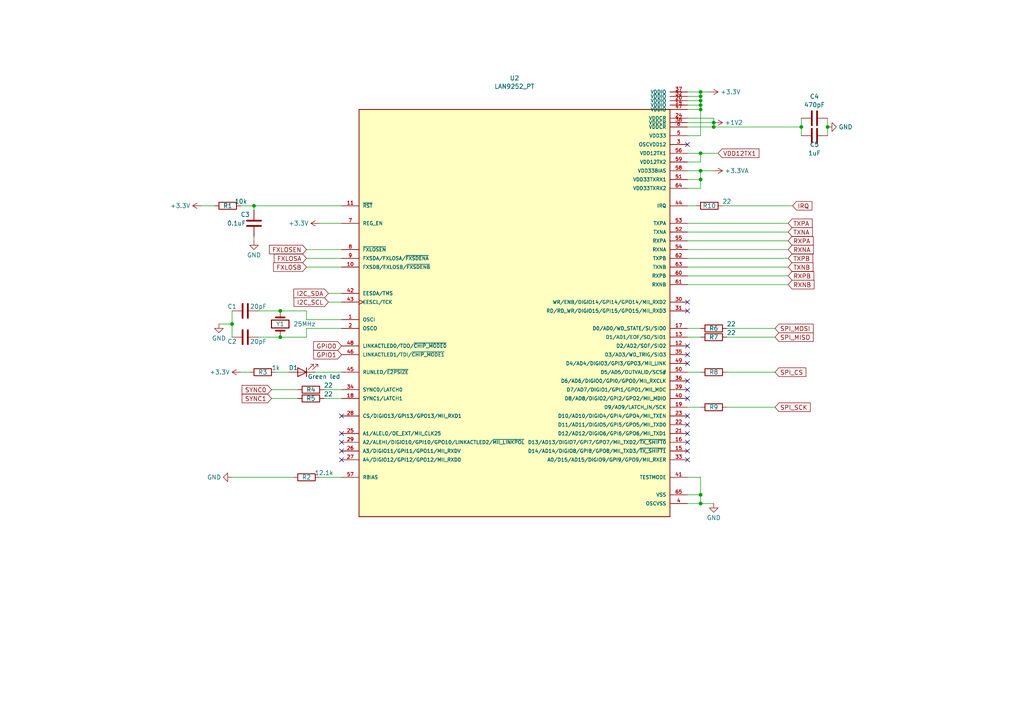
<source format=kicad_sch>
(kicad_sch (version 20230121) (generator eeschema)

  (uuid 8e0e23cc-4513-4896-b845-574dd127ce6b)

  (paper "A4")

  (lib_symbols
    (symbol "Device:C" (pin_numbers hide) (pin_names (offset 0.254)) (in_bom yes) (on_board yes)
      (property "Reference" "C" (at 0.635 2.54 0)
        (effects (font (size 1.27 1.27)) (justify left))
      )
      (property "Value" "C" (at 0.635 -2.54 0)
        (effects (font (size 1.27 1.27)) (justify left))
      )
      (property "Footprint" "" (at 0.9652 -3.81 0)
        (effects (font (size 1.27 1.27)) hide)
      )
      (property "Datasheet" "~" (at 0 0 0)
        (effects (font (size 1.27 1.27)) hide)
      )
      (property "ki_keywords" "cap capacitor" (at 0 0 0)
        (effects (font (size 1.27 1.27)) hide)
      )
      (property "ki_description" "Unpolarized capacitor" (at 0 0 0)
        (effects (font (size 1.27 1.27)) hide)
      )
      (property "ki_fp_filters" "C_*" (at 0 0 0)
        (effects (font (size 1.27 1.27)) hide)
      )
      (symbol "C_0_1"
        (polyline
          (pts
            (xy -2.032 -0.762)
            (xy 2.032 -0.762)
          )
          (stroke (width 0.508) (type default))
          (fill (type none))
        )
        (polyline
          (pts
            (xy -2.032 0.762)
            (xy 2.032 0.762)
          )
          (stroke (width 0.508) (type default))
          (fill (type none))
        )
      )
      (symbol "C_1_1"
        (pin passive line (at 0 3.81 270) (length 2.794)
          (name "~" (effects (font (size 1.27 1.27))))
          (number "1" (effects (font (size 1.27 1.27))))
        )
        (pin passive line (at 0 -3.81 90) (length 2.794)
          (name "~" (effects (font (size 1.27 1.27))))
          (number "2" (effects (font (size 1.27 1.27))))
        )
      )
    )
    (symbol "Device:Crystal" (pin_numbers hide) (pin_names (offset 1.016) hide) (in_bom yes) (on_board yes)
      (property "Reference" "Y" (at 0 3.81 0)
        (effects (font (size 1.27 1.27)))
      )
      (property "Value" "Crystal" (at 0 -3.81 0)
        (effects (font (size 1.27 1.27)))
      )
      (property "Footprint" "" (at 0 0 0)
        (effects (font (size 1.27 1.27)) hide)
      )
      (property "Datasheet" "~" (at 0 0 0)
        (effects (font (size 1.27 1.27)) hide)
      )
      (property "ki_keywords" "quartz ceramic resonator oscillator" (at 0 0 0)
        (effects (font (size 1.27 1.27)) hide)
      )
      (property "ki_description" "Two pin crystal" (at 0 0 0)
        (effects (font (size 1.27 1.27)) hide)
      )
      (property "ki_fp_filters" "Crystal*" (at 0 0 0)
        (effects (font (size 1.27 1.27)) hide)
      )
      (symbol "Crystal_0_1"
        (rectangle (start -1.143 2.54) (end 1.143 -2.54)
          (stroke (width 0.3048) (type default))
          (fill (type none))
        )
        (polyline
          (pts
            (xy -2.54 0)
            (xy -1.905 0)
          )
          (stroke (width 0) (type default))
          (fill (type none))
        )
        (polyline
          (pts
            (xy -1.905 -1.27)
            (xy -1.905 1.27)
          )
          (stroke (width 0.508) (type default))
          (fill (type none))
        )
        (polyline
          (pts
            (xy 1.905 -1.27)
            (xy 1.905 1.27)
          )
          (stroke (width 0.508) (type default))
          (fill (type none))
        )
        (polyline
          (pts
            (xy 2.54 0)
            (xy 1.905 0)
          )
          (stroke (width 0) (type default))
          (fill (type none))
        )
      )
      (symbol "Crystal_1_1"
        (pin passive line (at -3.81 0 0) (length 1.27)
          (name "1" (effects (font (size 1.27 1.27))))
          (number "1" (effects (font (size 1.27 1.27))))
        )
        (pin passive line (at 3.81 0 180) (length 1.27)
          (name "2" (effects (font (size 1.27 1.27))))
          (number "2" (effects (font (size 1.27 1.27))))
        )
      )
    )
    (symbol "Device:LED" (pin_numbers hide) (pin_names (offset 1.016) hide) (in_bom yes) (on_board yes)
      (property "Reference" "D" (at 0 2.54 0)
        (effects (font (size 1.27 1.27)))
      )
      (property "Value" "LED" (at 0 -2.54 0)
        (effects (font (size 1.27 1.27)))
      )
      (property "Footprint" "" (at 0 0 0)
        (effects (font (size 1.27 1.27)) hide)
      )
      (property "Datasheet" "~" (at 0 0 0)
        (effects (font (size 1.27 1.27)) hide)
      )
      (property "ki_keywords" "LED diode" (at 0 0 0)
        (effects (font (size 1.27 1.27)) hide)
      )
      (property "ki_description" "Light emitting diode" (at 0 0 0)
        (effects (font (size 1.27 1.27)) hide)
      )
      (property "ki_fp_filters" "LED* LED_SMD:* LED_THT:*" (at 0 0 0)
        (effects (font (size 1.27 1.27)) hide)
      )
      (symbol "LED_0_1"
        (polyline
          (pts
            (xy -1.27 -1.27)
            (xy -1.27 1.27)
          )
          (stroke (width 0.254) (type default))
          (fill (type none))
        )
        (polyline
          (pts
            (xy -1.27 0)
            (xy 1.27 0)
          )
          (stroke (width 0) (type default))
          (fill (type none))
        )
        (polyline
          (pts
            (xy 1.27 -1.27)
            (xy 1.27 1.27)
            (xy -1.27 0)
            (xy 1.27 -1.27)
          )
          (stroke (width 0.254) (type default))
          (fill (type none))
        )
        (polyline
          (pts
            (xy -3.048 -0.762)
            (xy -4.572 -2.286)
            (xy -3.81 -2.286)
            (xy -4.572 -2.286)
            (xy -4.572 -1.524)
          )
          (stroke (width 0) (type default))
          (fill (type none))
        )
        (polyline
          (pts
            (xy -1.778 -0.762)
            (xy -3.302 -2.286)
            (xy -2.54 -2.286)
            (xy -3.302 -2.286)
            (xy -3.302 -1.524)
          )
          (stroke (width 0) (type default))
          (fill (type none))
        )
      )
      (symbol "LED_1_1"
        (pin passive line (at -3.81 0 0) (length 2.54)
          (name "K" (effects (font (size 1.27 1.27))))
          (number "1" (effects (font (size 1.27 1.27))))
        )
        (pin passive line (at 3.81 0 180) (length 2.54)
          (name "A" (effects (font (size 1.27 1.27))))
          (number "2" (effects (font (size 1.27 1.27))))
        )
      )
    )
    (symbol "Device:R" (pin_numbers hide) (pin_names (offset 0)) (in_bom yes) (on_board yes)
      (property "Reference" "R" (at 2.032 0 90)
        (effects (font (size 1.27 1.27)))
      )
      (property "Value" "R" (at 0 0 90)
        (effects (font (size 1.27 1.27)))
      )
      (property "Footprint" "" (at -1.778 0 90)
        (effects (font (size 1.27 1.27)) hide)
      )
      (property "Datasheet" "~" (at 0 0 0)
        (effects (font (size 1.27 1.27)) hide)
      )
      (property "ki_keywords" "R res resistor" (at 0 0 0)
        (effects (font (size 1.27 1.27)) hide)
      )
      (property "ki_description" "Resistor" (at 0 0 0)
        (effects (font (size 1.27 1.27)) hide)
      )
      (property "ki_fp_filters" "R_*" (at 0 0 0)
        (effects (font (size 1.27 1.27)) hide)
      )
      (symbol "R_0_1"
        (rectangle (start -1.016 -2.54) (end 1.016 2.54)
          (stroke (width 0.254) (type default))
          (fill (type none))
        )
      )
      (symbol "R_1_1"
        (pin passive line (at 0 3.81 270) (length 1.27)
          (name "~" (effects (font (size 1.27 1.27))))
          (number "1" (effects (font (size 1.27 1.27))))
        )
        (pin passive line (at 0 -3.81 90) (length 1.27)
          (name "~" (effects (font (size 1.27 1.27))))
          (number "2" (effects (font (size 1.27 1.27))))
        )
      )
    )
    (symbol "LAN9252_PT:LAN9252_PT" (pin_names (offset 1.016)) (in_bom yes) (on_board yes)
      (property "Reference" "U" (at -60.96 59.69 0)
        (effects (font (size 1.27 1.27)) (justify left bottom))
      )
      (property "Value" "LAN9252_PT" (at -29.21 -60.96 0)
        (effects (font (size 1.27 1.27)) (justify left bottom))
      )
      (property "Footprint" "LAN9252_PT:QFP50P1200X1200X120-65N" (at -5.08 6.35 0)
        (effects (font (size 1.27 1.27)) (justify bottom) hide)
      )
      (property "Datasheet" "" (at 0 0 0)
        (effects (font (size 1.27 1.27)) hide)
      )
      (property "MF" "Microchip" (at -1.27 -13.97 0)
        (effects (font (size 1.27 1.27)) (justify bottom) hide)
      )
      (property "MAXIMUM_PACKAGE_HEIGHT" "1.2 mm" (at 0 -2.54 0)
        (effects (font (size 1.27 1.27)) (justify bottom) hide)
      )
      (property "Package" "TQFP-64 Microchip" (at -1.27 -11.43 0)
        (effects (font (size 1.27 1.27)) (justify bottom) hide)
      )
      (property "Price" "" (at 0 0 0)
        (effects (font (size 1.27 1.27)) (justify bottom) hide)
      )
      (property "Check_prices" "" (at 0 0 0)
        (effects (font (size 1.27 1.27)) (justify bottom) hide)
      )
      (property "STANDARD" "IPC 7351B" (at -1.27 -5.08 0)
        (effects (font (size 1.27 1.27)) (justify bottom) hide)
      )
      (property "PARTREV" "04-08-15" (at -1.27 -13.97 0)
        (effects (font (size 1.27 1.27)) (justify bottom) hide)
      )
      (property "SnapEDA_Link" "" (at 0 0 0)
        (effects (font (size 1.27 1.27)) (justify bottom) hide)
      )
      (property "MP" "LAN9252/PT" (at -2.54 3.81 0)
        (effects (font (size 1.27 1.27)) (justify bottom) hide)
      )
      (property "Purchase-URL" "" (at 0 0 0)
        (effects (font (size 1.27 1.27)) (justify bottom) hide)
      )
      (property "Description" "\nEthernet Controller 10/100 Base-FX/T/TX PHY SPI Interface 64-TQFP-EP (10x10)\n" (at -1.27 10.16 0)
        (effects (font (size 1.27 1.27)) (justify bottom) hide)
      )
      (property "Availability" "" (at 0 -2.54 0)
        (effects (font (size 1.27 1.27)) (justify bottom) hide)
      )
      (property "MANUFACTURER" "Microchip Technology" (at -1.27 -8.89 0)
        (effects (font (size 1.27 1.27)) (justify bottom) hide)
      )
      (symbol "LAN9252_PT_0_0"
        (rectangle (start -29.21 58.42) (end 60.96 -59.69)
          (stroke (width 0.254) (type default))
          (fill (type background))
        )
        (pin input line (at -34.29 -2.54 0) (length 5.08)
          (name "OSCI" (effects (font (size 1.016 1.016))))
          (number "1" (effects (font (size 1.016 1.016))))
        )
        (pin input line (at -34.29 12.7 0) (length 5.08)
          (name "FXSDB/FXLOSB/~{FXSDENB}" (effects (font (size 1.016 1.016))))
          (number "10" (effects (font (size 1.016 1.016))))
        )
        (pin input line (at -34.29 30.48 0) (length 5.08)
          (name "~{RST}" (effects (font (size 1.016 1.016))))
          (number "11" (effects (font (size 1.016 1.016))))
        )
        (pin bidirectional line (at 66.04 -10.16 180) (length 5.08)
          (name "D2/AD2/SOF/SIO2" (effects (font (size 1.016 1.016))))
          (number "12" (effects (font (size 1.016 1.016))))
        )
        (pin bidirectional line (at 66.04 -7.62 180) (length 5.08)
          (name "D1/AD1/EOF/SO/SIO1" (effects (font (size 1.016 1.016))))
          (number "13" (effects (font (size 1.016 1.016))))
        )
        (pin power_in line (at 66.04 59.69 180) (length 5.08)
          (name "VDDIO" (effects (font (size 1.016 1.016))))
          (number "14" (effects (font (size 1.016 1.016))))
        )
        (pin bidirectional line (at 66.04 -40.64 180) (length 5.08)
          (name "D14/AD14/DIGIO8/GPI8/GPO8/MII_TXD3/~{TX_SHIFT1}" (effects (font (size 1.016 1.016))))
          (number "15" (effects (font (size 1.016 1.016))))
        )
        (pin bidirectional line (at 66.04 -38.1 180) (length 5.08)
          (name "D13/AD13/DIGIO7/GPI7/GPO7/MII_TXD2/~{TX_SHIFT0}" (effects (font (size 1.016 1.016))))
          (number "16" (effects (font (size 1.016 1.016))))
        )
        (pin bidirectional line (at 66.04 -5.08 180) (length 5.08)
          (name "D0/AD0/WD_STATE/SI/SIO0" (effects (font (size 1.016 1.016))))
          (number "17" (effects (font (size 1.016 1.016))))
        )
        (pin bidirectional line (at -34.29 -25.4 0) (length 5.08)
          (name "SYNC1/LATCH1" (effects (font (size 1.016 1.016))))
          (number "18" (effects (font (size 1.016 1.016))))
        )
        (pin bidirectional line (at 66.04 -27.94 180) (length 5.08)
          (name "D9/AD9/LATCH_IN/SCK" (effects (font (size 1.016 1.016))))
          (number "19" (effects (font (size 1.016 1.016))))
        )
        (pin output line (at -34.29 -5.08 0) (length 5.08)
          (name "OSCO" (effects (font (size 1.016 1.016))))
          (number "2" (effects (font (size 1.016 1.016))))
        )
        (pin power_in line (at 66.04 60.96 180) (length 5.08)
          (name "VDDIO" (effects (font (size 1.016 1.016))))
          (number "20" (effects (font (size 1.016 1.016))))
        )
        (pin bidirectional line (at 66.04 -35.56 180) (length 5.08)
          (name "D12/AD12/DIGIO6/GPI6/GPO6/MII_TXD1" (effects (font (size 1.016 1.016))))
          (number "21" (effects (font (size 1.016 1.016))))
        )
        (pin bidirectional line (at 66.04 -33.02 180) (length 5.08)
          (name "D11/AD11/DIGIO5/GPI5/GPO5/MII_TXD0" (effects (font (size 1.016 1.016))))
          (number "22" (effects (font (size 1.016 1.016))))
        )
        (pin bidirectional line (at 66.04 -30.48 180) (length 5.08)
          (name "D10/AD10/DIGIO4/GPI4/GPO4/MII_TXEN" (effects (font (size 1.016 1.016))))
          (number "23" (effects (font (size 1.016 1.016))))
        )
        (pin power_in line (at 66.04 55.88 180) (length 5.08)
          (name "VDDCR" (effects (font (size 1.016 1.016))))
          (number "24" (effects (font (size 1.016 1.016))))
        )
        (pin bidirectional line (at -34.29 -35.56 0) (length 5.08)
          (name "A1/ALELO/OE_EXT/MII_CLK25" (effects (font (size 1.016 1.016))))
          (number "25" (effects (font (size 1.016 1.016))))
        )
        (pin bidirectional line (at -34.29 -40.64 0) (length 5.08)
          (name "A3/DIGIO11/GPI11/GPO11/MII_RXDV" (effects (font (size 1.016 1.016))))
          (number "26" (effects (font (size 1.016 1.016))))
        )
        (pin bidirectional line (at -34.29 -43.18 0) (length 5.08)
          (name "A4/DIGIO12/GPI12/GPO12/MII_RXD0" (effects (font (size 1.016 1.016))))
          (number "27" (effects (font (size 1.016 1.016))))
        )
        (pin bidirectional line (at -34.29 -30.48 0) (length 5.08)
          (name "CS/DIGIO13/GPI13/GPO13/MII_RXD1" (effects (font (size 1.016 1.016))))
          (number "28" (effects (font (size 1.016 1.016))))
        )
        (pin bidirectional line (at -34.29 -38.1 0) (length 5.08)
          (name "A2/ALEHI/DIGIO10/GPI10/GPO10/LINKACTLED2/~{MII_LINKPOL}" (effects (font (size 1.016 1.016))))
          (number "29" (effects (font (size 1.016 1.016))))
        )
        (pin power_in line (at 66.04 48.26 180) (length 5.08)
          (name "OSCVDD12" (effects (font (size 1.016 1.016))))
          (number "3" (effects (font (size 1.016 1.016))))
        )
        (pin bidirectional line (at 66.04 2.54 180) (length 5.08)
          (name "WR/ENB/DIGIO14/GPI14/GPO14/MII_RXD2" (effects (font (size 1.016 1.016))))
          (number "30" (effects (font (size 1.016 1.016))))
        )
        (pin bidirectional line (at 66.04 0 180) (length 5.08)
          (name "RD/RD_WR/DIGIO15/GPI15/GPO15/MII_RXD3" (effects (font (size 1.016 1.016))))
          (number "31" (effects (font (size 1.016 1.016))))
        )
        (pin power_in line (at 66.04 62.23 180) (length 5.08)
          (name "VDDIO" (effects (font (size 1.016 1.016))))
          (number "32" (effects (font (size 1.016 1.016))))
        )
        (pin bidirectional line (at 66.04 -43.18 180) (length 5.08)
          (name "A0/D15/AD15/DIGIO9/GPI9/GPO9/MII_RXER" (effects (font (size 1.016 1.016))))
          (number "33" (effects (font (size 1.016 1.016))))
        )
        (pin bidirectional line (at -34.29 -22.86 0) (length 5.08)
          (name "SYNC0/LATCH0" (effects (font (size 1.016 1.016))))
          (number "34" (effects (font (size 1.016 1.016))))
        )
        (pin bidirectional line (at 66.04 -12.7 180) (length 5.08)
          (name "D3/AD3/WD_TRIG/SIO3" (effects (font (size 1.016 1.016))))
          (number "35" (effects (font (size 1.016 1.016))))
        )
        (pin bidirectional line (at 66.04 -20.32 180) (length 5.08)
          (name "D6/AD6/DIGIO0/GPI0/GPO0/MII_RXCLK" (effects (font (size 1.016 1.016))))
          (number "36" (effects (font (size 1.016 1.016))))
        )
        (pin power_in line (at 66.04 63.5 180) (length 5.08)
          (name "VDDIO" (effects (font (size 1.016 1.016))))
          (number "37" (effects (font (size 1.016 1.016))))
        )
        (pin power_in line (at 66.04 54.61 180) (length 5.08)
          (name "VDDCR" (effects (font (size 1.016 1.016))))
          (number "38" (effects (font (size 1.016 1.016))))
        )
        (pin bidirectional line (at 66.04 -22.86 180) (length 5.08)
          (name "D7/AD7/DIGIO1/GPI1/GPO1/MII_MDC" (effects (font (size 1.016 1.016))))
          (number "39" (effects (font (size 1.016 1.016))))
        )
        (pin power_in line (at 66.04 -55.88 180) (length 5.08)
          (name "OSCVSS" (effects (font (size 1.016 1.016))))
          (number "4" (effects (font (size 1.016 1.016))))
        )
        (pin bidirectional line (at 66.04 -25.4 180) (length 5.08)
          (name "D8/AD8/DIGIO2/GPI2/GPO2/MII_MDIO" (effects (font (size 1.016 1.016))))
          (number "40" (effects (font (size 1.016 1.016))))
        )
        (pin input line (at 66.04 -48.26 180) (length 5.08)
          (name "TESTMODE" (effects (font (size 1.016 1.016))))
          (number "41" (effects (font (size 1.016 1.016))))
        )
        (pin bidirectional line (at -34.29 5.08 0) (length 5.08)
          (name "EESDA/TMS" (effects (font (size 1.016 1.016))))
          (number "42" (effects (font (size 1.016 1.016))))
        )
        (pin output clock (at -34.29 2.54 0) (length 5.08)
          (name "EESCL/TCK" (effects (font (size 1.016 1.016))))
          (number "43" (effects (font (size 1.016 1.016))))
        )
        (pin output line (at 66.04 30.48 180) (length 5.08)
          (name "IRQ" (effects (font (size 1.016 1.016))))
          (number "44" (effects (font (size 1.016 1.016))))
        )
        (pin bidirectional line (at -34.29 -17.78 0) (length 5.08)
          (name "RUNLED/~{E2PSIZE}" (effects (font (size 1.016 1.016))))
          (number "45" (effects (font (size 1.016 1.016))))
        )
        (pin input line (at -34.29 -12.7 0) (length 5.08)
          (name "LINKACTLED1/TDI/~{CHIP_MODE1}" (effects (font (size 1.016 1.016))))
          (number "46" (effects (font (size 1.016 1.016))))
        )
        (pin power_in line (at 66.04 58.42 180) (length 5.08)
          (name "VDDIO" (effects (font (size 1.016 1.016))))
          (number "47" (effects (font (size 1.016 1.016))))
        )
        (pin output line (at -34.29 -10.16 0) (length 5.08)
          (name "LINKACTLED0/TDO/~{CHIP_MODE0}" (effects (font (size 1.016 1.016))))
          (number "48" (effects (font (size 1.016 1.016))))
        )
        (pin bidirectional line (at 66.04 -15.24 180) (length 5.08)
          (name "D4/AD4/DIGIO3/GPI3/GPO3/MII_LINK" (effects (font (size 1.016 1.016))))
          (number "49" (effects (font (size 1.016 1.016))))
        )
        (pin power_in line (at 66.04 50.8 180) (length 5.08)
          (name "VDD33" (effects (font (size 1.016 1.016))))
          (number "5" (effects (font (size 1.016 1.016))))
        )
        (pin bidirectional line (at 66.04 -17.78 180) (length 5.08)
          (name "D5/AD5/OUTVALID/SCS#" (effects (font (size 1.016 1.016))))
          (number "50" (effects (font (size 1.016 1.016))))
        )
        (pin power_in line (at 66.04 38.1 180) (length 5.08)
          (name "VDD33TXRX1" (effects (font (size 1.016 1.016))))
          (number "51" (effects (font (size 1.016 1.016))))
        )
        (pin bidirectional line (at 66.04 22.86 180) (length 5.08)
          (name "TXNA" (effects (font (size 1.016 1.016))))
          (number "52" (effects (font (size 1.016 1.016))))
        )
        (pin bidirectional line (at 66.04 25.4 180) (length 5.08)
          (name "TXPA" (effects (font (size 1.016 1.016))))
          (number "53" (effects (font (size 1.016 1.016))))
        )
        (pin bidirectional line (at 66.04 17.78 180) (length 5.08)
          (name "RXNA" (effects (font (size 1.016 1.016))))
          (number "54" (effects (font (size 1.016 1.016))))
        )
        (pin bidirectional line (at 66.04 20.32 180) (length 5.08)
          (name "RXPA" (effects (font (size 1.016 1.016))))
          (number "55" (effects (font (size 1.016 1.016))))
        )
        (pin power_in line (at 66.04 45.72 180) (length 5.08)
          (name "VDD12TX1" (effects (font (size 1.016 1.016))))
          (number "56" (effects (font (size 1.016 1.016))))
        )
        (pin passive line (at -34.29 -48.26 0) (length 5.08)
          (name "RBIAS" (effects (font (size 1.016 1.016))))
          (number "57" (effects (font (size 1.016 1.016))))
        )
        (pin power_in line (at 66.04 40.64 180) (length 5.08)
          (name "VDD33BIAS" (effects (font (size 1.016 1.016))))
          (number "58" (effects (font (size 1.016 1.016))))
        )
        (pin power_in line (at 66.04 43.18 180) (length 5.08)
          (name "VDD12TX2" (effects (font (size 1.016 1.016))))
          (number "59" (effects (font (size 1.016 1.016))))
        )
        (pin power_in line (at 66.04 53.34 180) (length 5.08)
          (name "VDDCR" (effects (font (size 1.016 1.016))))
          (number "6" (effects (font (size 1.016 1.016))))
        )
        (pin bidirectional line (at 66.04 10.16 180) (length 5.08)
          (name "RXPB" (effects (font (size 1.016 1.016))))
          (number "60" (effects (font (size 1.016 1.016))))
        )
        (pin bidirectional line (at 66.04 7.62 180) (length 5.08)
          (name "RXNB" (effects (font (size 1.016 1.016))))
          (number "61" (effects (font (size 1.016 1.016))))
        )
        (pin bidirectional line (at 66.04 15.24 180) (length 5.08)
          (name "TXPB" (effects (font (size 1.016 1.016))))
          (number "62" (effects (font (size 1.016 1.016))))
        )
        (pin bidirectional line (at 66.04 12.7 180) (length 5.08)
          (name "TXNB" (effects (font (size 1.016 1.016))))
          (number "63" (effects (font (size 1.016 1.016))))
        )
        (pin power_in line (at 66.04 35.56 180) (length 5.08)
          (name "VDD33TXRX2" (effects (font (size 1.016 1.016))))
          (number "64" (effects (font (size 1.016 1.016))))
        )
        (pin power_in line (at 66.04 -53.34 180) (length 5.08)
          (name "VSS" (effects (font (size 1.016 1.016))))
          (number "65" (effects (font (size 1.016 1.016))))
        )
        (pin input line (at -34.29 25.4 0) (length 5.08)
          (name "REG_EN" (effects (font (size 1.016 1.016))))
          (number "7" (effects (font (size 1.016 1.016))))
        )
        (pin input line (at -34.29 17.78 0) (length 5.08)
          (name "~{FXLOSEN}" (effects (font (size 1.016 1.016))))
          (number "8" (effects (font (size 1.016 1.016))))
        )
        (pin input line (at -34.29 15.24 0) (length 5.08)
          (name "FXSDA/FXLOSA/~{FXSDENA}" (effects (font (size 1.016 1.016))))
          (number "9" (effects (font (size 1.016 1.016))))
        )
      )
    )
    (symbol "power:+1V2" (power) (pin_names (offset 0)) (in_bom yes) (on_board yes)
      (property "Reference" "#PWR" (at 0 -3.81 0)
        (effects (font (size 1.27 1.27)) hide)
      )
      (property "Value" "+1V2" (at 0 3.556 0)
        (effects (font (size 1.27 1.27)))
      )
      (property "Footprint" "" (at 0 0 0)
        (effects (font (size 1.27 1.27)) hide)
      )
      (property "Datasheet" "" (at 0 0 0)
        (effects (font (size 1.27 1.27)) hide)
      )
      (property "ki_keywords" "global power" (at 0 0 0)
        (effects (font (size 1.27 1.27)) hide)
      )
      (property "ki_description" "Power symbol creates a global label with name \"+1V2\"" (at 0 0 0)
        (effects (font (size 1.27 1.27)) hide)
      )
      (symbol "+1V2_0_1"
        (polyline
          (pts
            (xy -0.762 1.27)
            (xy 0 2.54)
          )
          (stroke (width 0) (type default))
          (fill (type none))
        )
        (polyline
          (pts
            (xy 0 0)
            (xy 0 2.54)
          )
          (stroke (width 0) (type default))
          (fill (type none))
        )
        (polyline
          (pts
            (xy 0 2.54)
            (xy 0.762 1.27)
          )
          (stroke (width 0) (type default))
          (fill (type none))
        )
      )
      (symbol "+1V2_1_1"
        (pin power_in line (at 0 0 90) (length 0) hide
          (name "+1V2" (effects (font (size 1.27 1.27))))
          (number "1" (effects (font (size 1.27 1.27))))
        )
      )
    )
    (symbol "power:+3.3V" (power) (pin_names (offset 0)) (in_bom yes) (on_board yes)
      (property "Reference" "#PWR" (at 0 -3.81 0)
        (effects (font (size 1.27 1.27)) hide)
      )
      (property "Value" "+3.3V" (at 0 3.556 0)
        (effects (font (size 1.27 1.27)))
      )
      (property "Footprint" "" (at 0 0 0)
        (effects (font (size 1.27 1.27)) hide)
      )
      (property "Datasheet" "" (at 0 0 0)
        (effects (font (size 1.27 1.27)) hide)
      )
      (property "ki_keywords" "global power" (at 0 0 0)
        (effects (font (size 1.27 1.27)) hide)
      )
      (property "ki_description" "Power symbol creates a global label with name \"+3.3V\"" (at 0 0 0)
        (effects (font (size 1.27 1.27)) hide)
      )
      (symbol "+3.3V_0_1"
        (polyline
          (pts
            (xy -0.762 1.27)
            (xy 0 2.54)
          )
          (stroke (width 0) (type default))
          (fill (type none))
        )
        (polyline
          (pts
            (xy 0 0)
            (xy 0 2.54)
          )
          (stroke (width 0) (type default))
          (fill (type none))
        )
        (polyline
          (pts
            (xy 0 2.54)
            (xy 0.762 1.27)
          )
          (stroke (width 0) (type default))
          (fill (type none))
        )
      )
      (symbol "+3.3V_1_1"
        (pin power_in line (at 0 0 90) (length 0) hide
          (name "+3.3V" (effects (font (size 1.27 1.27))))
          (number "1" (effects (font (size 1.27 1.27))))
        )
      )
    )
    (symbol "power:+3.3VA" (power) (pin_names (offset 0)) (in_bom yes) (on_board yes)
      (property "Reference" "#PWR" (at 0 -3.81 0)
        (effects (font (size 1.27 1.27)) hide)
      )
      (property "Value" "+3.3VA" (at 0 3.556 0)
        (effects (font (size 1.27 1.27)))
      )
      (property "Footprint" "" (at 0 0 0)
        (effects (font (size 1.27 1.27)) hide)
      )
      (property "Datasheet" "" (at 0 0 0)
        (effects (font (size 1.27 1.27)) hide)
      )
      (property "ki_keywords" "global power" (at 0 0 0)
        (effects (font (size 1.27 1.27)) hide)
      )
      (property "ki_description" "Power symbol creates a global label with name \"+3.3VA\"" (at 0 0 0)
        (effects (font (size 1.27 1.27)) hide)
      )
      (symbol "+3.3VA_0_1"
        (polyline
          (pts
            (xy -0.762 1.27)
            (xy 0 2.54)
          )
          (stroke (width 0) (type default))
          (fill (type none))
        )
        (polyline
          (pts
            (xy 0 0)
            (xy 0 2.54)
          )
          (stroke (width 0) (type default))
          (fill (type none))
        )
        (polyline
          (pts
            (xy 0 2.54)
            (xy 0.762 1.27)
          )
          (stroke (width 0) (type default))
          (fill (type none))
        )
      )
      (symbol "+3.3VA_1_1"
        (pin power_in line (at 0 0 90) (length 0) hide
          (name "+3.3VA" (effects (font (size 1.27 1.27))))
          (number "1" (effects (font (size 1.27 1.27))))
        )
      )
    )
    (symbol "power:GND" (power) (pin_names (offset 0)) (in_bom yes) (on_board yes)
      (property "Reference" "#PWR" (at 0 -6.35 0)
        (effects (font (size 1.27 1.27)) hide)
      )
      (property "Value" "GND" (at 0 -3.81 0)
        (effects (font (size 1.27 1.27)))
      )
      (property "Footprint" "" (at 0 0 0)
        (effects (font (size 1.27 1.27)) hide)
      )
      (property "Datasheet" "" (at 0 0 0)
        (effects (font (size 1.27 1.27)) hide)
      )
      (property "ki_keywords" "global power" (at 0 0 0)
        (effects (font (size 1.27 1.27)) hide)
      )
      (property "ki_description" "Power symbol creates a global label with name \"GND\" , ground" (at 0 0 0)
        (effects (font (size 1.27 1.27)) hide)
      )
      (symbol "GND_0_1"
        (polyline
          (pts
            (xy 0 0)
            (xy 0 -1.27)
            (xy 1.27 -1.27)
            (xy 0 -2.54)
            (xy -1.27 -1.27)
            (xy 0 -1.27)
          )
          (stroke (width 0) (type default))
          (fill (type none))
        )
      )
      (symbol "GND_1_1"
        (pin power_in line (at 0 0 270) (length 0) hide
          (name "GND" (effects (font (size 1.27 1.27))))
          (number "1" (effects (font (size 1.27 1.27))))
        )
      )
    )
  )

  (junction (at 232.41 36.83) (diameter 0) (color 0 0 0 0)
    (uuid 263248ae-c683-4c59-beaf-7b3864a845a6)
  )
  (junction (at 203.2 49.53) (diameter 0) (color 0 0 0 0)
    (uuid 35ce7528-97c5-4c72-b8a7-1cdf13c5e568)
  )
  (junction (at 203.2 30.48) (diameter 0) (color 0 0 0 0)
    (uuid 40182a86-3837-4701-b1cf-b786b28cd3c5)
  )
  (junction (at 67.31 93.98) (diameter 0) (color 0 0 0 0)
    (uuid 45311484-699d-4b23-9b75-1e2ac8fa83b1)
  )
  (junction (at 203.2 143.51) (diameter 0) (color 0 0 0 0)
    (uuid 48e7757a-d3d6-4527-8ed0-805d726012d7)
  )
  (junction (at 203.2 31.75) (diameter 0) (color 0 0 0 0)
    (uuid 50af12ef-c3bf-4105-bca6-28ed6ddab985)
  )
  (junction (at 73.66 59.69) (diameter 0) (color 0 0 0 0)
    (uuid 75dadb5b-c9f2-43c0-acab-427e64154c21)
  )
  (junction (at 203.2 52.07) (diameter 0) (color 0 0 0 0)
    (uuid 7a83dff4-8ea4-4b67-8647-2913cf0299d2)
  )
  (junction (at 240.03 36.83) (diameter 0) (color 0 0 0 0)
    (uuid 8caaeac5-a2f2-4f62-85d3-be5ce5b8f58f)
  )
  (junction (at 203.2 26.67) (diameter 0) (color 0 0 0 0)
    (uuid 996d558b-c70f-4d29-9dda-9fea9fc9d517)
  )
  (junction (at 207.01 35.56) (diameter 0) (color 0 0 0 0)
    (uuid a3819a9a-f321-4e8d-9ee4-2c81ec61fa22)
  )
  (junction (at 203.2 146.05) (diameter 0) (color 0 0 0 0)
    (uuid bbd59ab0-bad3-416e-8073-094e105f8863)
  )
  (junction (at 207.01 36.83) (diameter 0) (color 0 0 0 0)
    (uuid c1e465c4-b3cf-4aeb-b7f6-bef987018a01)
  )
  (junction (at 81.28 90.17) (diameter 0) (color 0 0 0 0)
    (uuid d56d31ce-0457-4dc1-be5e-aeef98f3ed50)
  )
  (junction (at 81.28 97.79) (diameter 0) (color 0 0 0 0)
    (uuid d8d7f2d9-aabb-4171-af91-a5e4b9fc7af2)
  )
  (junction (at 203.2 27.94) (diameter 0) (color 0 0 0 0)
    (uuid e122817c-650d-4c0d-a34c-3a97414e8ddc)
  )
  (junction (at 203.2 44.45) (diameter 0) (color 0 0 0 0)
    (uuid e3a974e2-fdde-48f0-aec0-447f4195f7c3)
  )
  (junction (at 203.2 29.21) (diameter 0) (color 0 0 0 0)
    (uuid f45c08a9-1f16-4428-891e-f72916e63fde)
  )

  (no_connect (at 99.06 125.73) (uuid 0b0defea-ee25-449f-8c33-e4366a0bb9f1))
  (no_connect (at 199.39 110.49) (uuid 0bb3991a-2ca5-47f1-b4b6-54c95edf9b68))
  (no_connect (at 199.39 90.17) (uuid 1f084769-bf82-4697-be3b-eed2fee84671))
  (no_connect (at 99.06 128.27) (uuid 20b5f4b0-7e17-4409-8a9b-59a1d1a52265))
  (no_connect (at 199.39 125.73) (uuid 27163c9e-29bc-43f2-b6c0-f0cbf4589490))
  (no_connect (at 199.39 115.57) (uuid 2e4b5f71-a423-4a75-b714-c575b2c77f81))
  (no_connect (at 199.39 133.35) (uuid 2e7e23c7-9145-4a83-9272-f915b2d3d466))
  (no_connect (at 99.06 133.35) (uuid 2f8bd18e-eee7-4bc8-9c83-ee22123d9c9e))
  (no_connect (at 199.39 123.19) (uuid 38f6ace8-3a1e-4dc1-b0a5-50d591a7b9bb))
  (no_connect (at 199.39 113.03) (uuid 51dd6d41-45bd-4fce-8e8c-37233f81a50f))
  (no_connect (at 199.39 128.27) (uuid 57df11f1-7fd8-44db-af41-7c215a2306ec))
  (no_connect (at 199.39 105.41) (uuid 7c92b909-91ce-466f-a913-db80d14794aa))
  (no_connect (at 99.06 120.65) (uuid 92c3c59a-d551-4b98-800b-c9cfeb37556b))
  (no_connect (at 199.39 120.65) (uuid a724d08b-1960-4627-b3b5-f5a2da803a86))
  (no_connect (at 199.39 41.91) (uuid b3ec83a1-5cf8-490e-ba08-02e97f4f2b35))
  (no_connect (at 99.06 130.81) (uuid b925b8ee-bfc6-449d-8f33-12997e98fa64))
  (no_connect (at 199.39 102.87) (uuid e23c5168-ac9c-4d4d-805b-cf203899cccf))
  (no_connect (at 199.39 100.33) (uuid eba985ec-9da0-4d32-86c0-e84383c05a32))
  (no_connect (at 199.39 87.63) (uuid f1d90b64-b63c-4400-a05c-1c660ee3763a))
  (no_connect (at 199.39 130.81) (uuid faacae21-938b-491a-b71f-1c35640ab185))

  (wire (pts (xy 199.39 31.75) (xy 203.2 31.75))
    (stroke (width 0) (type default))
    (uuid 0296f0ac-b199-445c-a506-24ae78985d0a)
  )
  (wire (pts (xy 203.2 49.53) (xy 203.2 52.07))
    (stroke (width 0) (type default))
    (uuid 033a5f78-dfb9-4866-b81f-bf8f59f3b565)
  )
  (wire (pts (xy 199.39 39.37) (xy 203.2 39.37))
    (stroke (width 0) (type default))
    (uuid 037b5234-b694-4d23-8134-6e89083d36f1)
  )
  (wire (pts (xy 207.01 36.83) (xy 207.01 35.56))
    (stroke (width 0) (type default))
    (uuid 06129de6-1a41-4789-b1c7-e3437e8015ff)
  )
  (wire (pts (xy 199.39 52.07) (xy 203.2 52.07))
    (stroke (width 0) (type default))
    (uuid 0644901a-57eb-4149-9cfa-58a1a8d41042)
  )
  (wire (pts (xy 203.2 29.21) (xy 203.2 27.94))
    (stroke (width 0) (type default))
    (uuid 090a2e5b-7d79-45bb-85f8-3d68cf8270bc)
  )
  (wire (pts (xy 203.2 49.53) (xy 207.01 49.53))
    (stroke (width 0) (type default))
    (uuid 0c1ca199-356a-4c97-859a-6b2195bc7670)
  )
  (wire (pts (xy 88.9 74.93) (xy 99.06 74.93))
    (stroke (width 0) (type default))
    (uuid 0e1ce884-9aa2-44bc-a42a-eebb802de072)
  )
  (wire (pts (xy 232.41 36.83) (xy 232.41 39.37))
    (stroke (width 0) (type default))
    (uuid 0f3f0d10-bd82-40f0-a766-7e787384f20a)
  )
  (wire (pts (xy 99.06 95.25) (xy 88.9 95.25))
    (stroke (width 0) (type default))
    (uuid 11e2123a-d366-4d7b-bbf1-d49fd0828289)
  )
  (wire (pts (xy 203.2 31.75) (xy 203.2 30.48))
    (stroke (width 0) (type default))
    (uuid 11e90560-98b8-4cfd-9fbd-d2d2e5d37748)
  )
  (wire (pts (xy 67.31 93.98) (xy 67.31 97.79))
    (stroke (width 0) (type default))
    (uuid 166ace2d-027a-4107-903f-67eab5ac8895)
  )
  (wire (pts (xy 199.39 36.83) (xy 207.01 36.83))
    (stroke (width 0) (type default))
    (uuid 1a1c30d8-c5ea-4347-ab74-5c2a18eef65c)
  )
  (wire (pts (xy 199.39 118.11) (xy 203.2 118.11))
    (stroke (width 0) (type default))
    (uuid 1bfd686c-bc9c-45f0-82eb-b06a70f3a558)
  )
  (wire (pts (xy 58.42 59.69) (xy 62.23 59.69))
    (stroke (width 0) (type default))
    (uuid 1c1d1c3a-23f6-408f-8dd2-1b28ebfd06a0)
  )
  (wire (pts (xy 203.2 54.61) (xy 203.2 52.07))
    (stroke (width 0) (type default))
    (uuid 20a9d3e9-713c-4f3b-989f-2034dc914e54)
  )
  (wire (pts (xy 199.39 64.77) (xy 228.6 64.77))
    (stroke (width 0) (type default))
    (uuid 2b42ca62-436b-42d5-96e2-4eecbf87a9b8)
  )
  (wire (pts (xy 88.9 92.71) (xy 88.9 90.17))
    (stroke (width 0) (type default))
    (uuid 2eddf64f-d65e-418c-8222-6578d96f84ce)
  )
  (wire (pts (xy 203.2 30.48) (xy 203.2 29.21))
    (stroke (width 0) (type default))
    (uuid 3123f259-abbc-4f7d-8562-e088b5c0d98f)
  )
  (wire (pts (xy 207.01 34.29) (xy 207.01 35.56))
    (stroke (width 0) (type default))
    (uuid 314ed0ac-ad26-46ac-b0e0-9f3c397d0aa5)
  )
  (wire (pts (xy 67.31 138.43) (xy 85.09 138.43))
    (stroke (width 0) (type default))
    (uuid 326a33bf-86ea-4ccf-9bfc-e5f30441b4f3)
  )
  (wire (pts (xy 99.06 92.71) (xy 88.9 92.71))
    (stroke (width 0) (type default))
    (uuid 3cd604ae-b315-4744-914c-ead573e64379)
  )
  (wire (pts (xy 199.39 143.51) (xy 203.2 143.51))
    (stroke (width 0) (type default))
    (uuid 3d5df95f-4167-4e67-a7b2-b718cc811a07)
  )
  (wire (pts (xy 81.28 90.17) (xy 88.9 90.17))
    (stroke (width 0) (type default))
    (uuid 41df87ba-7196-4c08-9b1c-a8be48effcbd)
  )
  (wire (pts (xy 240.03 36.83) (xy 240.03 39.37))
    (stroke (width 0) (type default))
    (uuid 4362b448-7c4c-4961-a80d-7249c362e00f)
  )
  (wire (pts (xy 69.85 107.95) (xy 72.39 107.95))
    (stroke (width 0) (type default))
    (uuid 49d4f0c8-422b-409c-9014-1b0fb767f8de)
  )
  (wire (pts (xy 199.39 34.29) (xy 207.01 34.29))
    (stroke (width 0) (type default))
    (uuid 4be8965a-646f-4cb8-92c7-ba6d517dc770)
  )
  (wire (pts (xy 199.39 146.05) (xy 203.2 146.05))
    (stroke (width 0) (type default))
    (uuid 4cd97502-31ae-498f-8606-6703649c54b1)
  )
  (wire (pts (xy 199.39 138.43) (xy 203.2 138.43))
    (stroke (width 0) (type default))
    (uuid 55e315a2-f64a-4aed-ad92-072d6778bfe7)
  )
  (wire (pts (xy 78.74 115.57) (xy 86.36 115.57))
    (stroke (width 0) (type default))
    (uuid 59f771b7-46ff-43cb-94e8-60f9876a85bd)
  )
  (wire (pts (xy 73.66 59.69) (xy 99.06 59.69))
    (stroke (width 0) (type default))
    (uuid 5abfc41a-281d-4279-8ea4-68027869326d)
  )
  (wire (pts (xy 199.39 30.48) (xy 203.2 30.48))
    (stroke (width 0) (type default))
    (uuid 5b6c3123-a179-4dde-b5da-c7f4d0d93354)
  )
  (wire (pts (xy 199.39 29.21) (xy 203.2 29.21))
    (stroke (width 0) (type default))
    (uuid 5c2376f5-f349-4cb7-9eec-4943954577d9)
  )
  (wire (pts (xy 199.39 59.69) (xy 201.93 59.69))
    (stroke (width 0) (type default))
    (uuid 607b6b26-9bfe-4148-88ff-7868cb25ff4e)
  )
  (wire (pts (xy 199.39 54.61) (xy 203.2 54.61))
    (stroke (width 0) (type default))
    (uuid 6180e0a8-b5e4-495c-a4d3-417393b6a954)
  )
  (wire (pts (xy 67.31 90.17) (xy 67.31 93.98))
    (stroke (width 0) (type default))
    (uuid 641e1660-9219-419d-a017-998a86432a0c)
  )
  (wire (pts (xy 199.39 46.99) (xy 203.2 46.99))
    (stroke (width 0) (type default))
    (uuid 66d78c52-9e6b-4dd4-b251-cf568f75d097)
  )
  (wire (pts (xy 199.39 95.25) (xy 203.2 95.25))
    (stroke (width 0) (type default))
    (uuid 66ea9470-7388-4f38-bdea-494a2b36a01c)
  )
  (wire (pts (xy 199.39 72.39) (xy 228.6 72.39))
    (stroke (width 0) (type default))
    (uuid 677bb394-25ed-4f07-8740-4ec06683c46c)
  )
  (wire (pts (xy 199.39 69.85) (xy 228.6 69.85))
    (stroke (width 0) (type default))
    (uuid 69619d7b-d72b-413a-ae49-6773668cb2e8)
  )
  (wire (pts (xy 203.2 44.45) (xy 208.28 44.45))
    (stroke (width 0) (type default))
    (uuid 69c73883-524e-440e-8181-ef9840bf2723)
  )
  (wire (pts (xy 199.39 67.31) (xy 228.6 67.31))
    (stroke (width 0) (type default))
    (uuid 69f5b5d6-0258-40c3-9cfb-d5f800f31507)
  )
  (wire (pts (xy 199.39 107.95) (xy 203.2 107.95))
    (stroke (width 0) (type default))
    (uuid 6d614971-2f2a-4ee3-a601-0a6391a577f7)
  )
  (wire (pts (xy 224.79 97.79) (xy 210.82 97.79))
    (stroke (width 0) (type default))
    (uuid 6e4d3d4b-bb7a-4b93-b1f6-75afa0458de8)
  )
  (wire (pts (xy 224.79 118.11) (xy 210.82 118.11))
    (stroke (width 0) (type default))
    (uuid 71ee1104-e618-4262-95b3-4915d225423c)
  )
  (wire (pts (xy 199.39 27.94) (xy 203.2 27.94))
    (stroke (width 0) (type default))
    (uuid 7475ec4e-87ee-4352-a0be-04b214ec176b)
  )
  (wire (pts (xy 81.28 97.79) (xy 88.9 97.79))
    (stroke (width 0) (type default))
    (uuid 74b92687-e83a-4823-9d50-ebbbcc66c3d2)
  )
  (wire (pts (xy 91.44 107.95) (xy 99.06 107.95))
    (stroke (width 0) (type default))
    (uuid 7509e649-8907-408b-95bd-e3df14f30f35)
  )
  (wire (pts (xy 203.2 26.67) (xy 203.2 27.94))
    (stroke (width 0) (type default))
    (uuid 7765c812-4597-428f-93d1-fbe8d06447a9)
  )
  (wire (pts (xy 88.9 95.25) (xy 88.9 97.79))
    (stroke (width 0) (type default))
    (uuid 797f9aa8-c19f-4ae6-a5a9-d55557412faa)
  )
  (wire (pts (xy 224.79 107.95) (xy 210.82 107.95))
    (stroke (width 0) (type default))
    (uuid 7e831c0d-2b17-4702-9764-cef7eb02c168)
  )
  (wire (pts (xy 203.2 26.67) (xy 205.74 26.67))
    (stroke (width 0) (type default))
    (uuid 80d92dce-f6d3-40aa-9791-ba3615845ec0)
  )
  (wire (pts (xy 74.93 90.17) (xy 81.28 90.17))
    (stroke (width 0) (type default))
    (uuid 8111aa02-2d59-472b-baf7-4f73615a1530)
  )
  (wire (pts (xy 203.2 143.51) (xy 203.2 146.05))
    (stroke (width 0) (type default))
    (uuid 83048e9e-11e4-4d66-bab5-5af50c854da3)
  )
  (wire (pts (xy 203.2 39.37) (xy 203.2 31.75))
    (stroke (width 0) (type default))
    (uuid 831aa00b-e73a-4717-81a2-cb08af7cb257)
  )
  (wire (pts (xy 224.79 95.25) (xy 210.82 95.25))
    (stroke (width 0) (type default))
    (uuid 834967a7-eeb6-455e-9f65-f24d9bdb4160)
  )
  (wire (pts (xy 199.39 82.55) (xy 228.6 82.55))
    (stroke (width 0) (type default))
    (uuid 949080a7-0f3c-4a24-b3b0-fc68687819d1)
  )
  (wire (pts (xy 88.9 72.39) (xy 99.06 72.39))
    (stroke (width 0) (type default))
    (uuid 9c6feda0-295d-4f73-b618-e1454dd9a03c)
  )
  (wire (pts (xy 199.39 74.93) (xy 228.6 74.93))
    (stroke (width 0) (type default))
    (uuid 9f100c0d-3619-477a-b66a-d9b4fc225df4)
  )
  (wire (pts (xy 93.98 113.03) (xy 99.06 113.03))
    (stroke (width 0) (type default))
    (uuid a17a33ea-03bc-4932-b594-e76c31698f1c)
  )
  (wire (pts (xy 92.71 138.43) (xy 99.06 138.43))
    (stroke (width 0) (type default))
    (uuid a6ad82e5-7dda-4e7e-8ad8-5794ab56ec81)
  )
  (wire (pts (xy 93.98 115.57) (xy 99.06 115.57))
    (stroke (width 0) (type default))
    (uuid a8a1289f-fb82-405e-9d0d-2eafaee2f393)
  )
  (wire (pts (xy 73.66 59.69) (xy 69.85 59.69))
    (stroke (width 0) (type default))
    (uuid a9aeeea2-3202-451b-b4f3-96a8dfc4ecc3)
  )
  (wire (pts (xy 207.01 36.83) (xy 232.41 36.83))
    (stroke (width 0) (type default))
    (uuid ab6c6aa3-0c7b-45b1-8826-34d8e615149d)
  )
  (wire (pts (xy 199.39 35.56) (xy 207.01 35.56))
    (stroke (width 0) (type default))
    (uuid b0470e5b-15aa-4b11-8ee9-ae8baaf275d1)
  )
  (wire (pts (xy 199.39 44.45) (xy 203.2 44.45))
    (stroke (width 0) (type default))
    (uuid b25466ad-edac-43a2-be48-4f720f171d29)
  )
  (wire (pts (xy 80.01 107.95) (xy 83.82 107.95))
    (stroke (width 0) (type default))
    (uuid b2aaaa50-c569-40d5-8a68-2b3dcf7ea98a)
  )
  (wire (pts (xy 199.39 80.01) (xy 228.6 80.01))
    (stroke (width 0) (type default))
    (uuid b77caa19-853e-4e6e-b5d7-80a0f0458340)
  )
  (wire (pts (xy 199.39 26.67) (xy 203.2 26.67))
    (stroke (width 0) (type default))
    (uuid b960e25d-4e14-454d-9245-7ac952e7720d)
  )
  (wire (pts (xy 232.41 34.29) (xy 232.41 36.83))
    (stroke (width 0) (type default))
    (uuid c032e933-071d-4e55-805d-18b798989a02)
  )
  (wire (pts (xy 199.39 97.79) (xy 203.2 97.79))
    (stroke (width 0) (type default))
    (uuid c25329be-4902-4d62-b619-3ffb7c76e67e)
  )
  (wire (pts (xy 88.9 77.47) (xy 99.06 77.47))
    (stroke (width 0) (type default))
    (uuid c573af96-ac41-4d3a-8598-1793f3b3f6e3)
  )
  (wire (pts (xy 73.66 60.96) (xy 73.66 59.69))
    (stroke (width 0) (type default))
    (uuid ca524f50-30bf-4481-abfc-f0fa162c58bc)
  )
  (wire (pts (xy 92.71 64.77) (xy 99.06 64.77))
    (stroke (width 0) (type default))
    (uuid d2b300ef-96d7-44a4-9975-74625c647939)
  )
  (wire (pts (xy 240.03 34.29) (xy 240.03 36.83))
    (stroke (width 0) (type default))
    (uuid d900628a-ee30-4e82-b047-63bbc2791f2c)
  )
  (wire (pts (xy 73.66 68.58) (xy 73.66 69.85))
    (stroke (width 0) (type default))
    (uuid dceec1f4-1073-4500-96d6-ed0c21897780)
  )
  (wire (pts (xy 95.25 85.09) (xy 99.06 85.09))
    (stroke (width 0) (type default))
    (uuid de543030-ad89-42f7-9a09-63449449f2ba)
  )
  (wire (pts (xy 199.39 77.47) (xy 228.6 77.47))
    (stroke (width 0) (type default))
    (uuid e0f1afc7-bbb3-43be-9517-2de74b2820b3)
  )
  (wire (pts (xy 203.2 138.43) (xy 203.2 143.51))
    (stroke (width 0) (type default))
    (uuid e1a810be-9f0b-4042-a3d4-913838172946)
  )
  (wire (pts (xy 199.39 49.53) (xy 203.2 49.53))
    (stroke (width 0) (type default))
    (uuid e3beed2e-c202-4acc-a04a-02d56e94ad1f)
  )
  (wire (pts (xy 229.87 59.69) (xy 209.55 59.69))
    (stroke (width 0) (type default))
    (uuid e4682950-2e91-47b4-a7a1-2bfafdd7fb93)
  )
  (wire (pts (xy 63.5 93.98) (xy 67.31 93.98))
    (stroke (width 0) (type default))
    (uuid e48bc773-01fd-4b4e-b7ef-5792a2e60352)
  )
  (wire (pts (xy 78.74 113.03) (xy 86.36 113.03))
    (stroke (width 0) (type default))
    (uuid e55661b2-00ff-49f2-bb05-bf9b87fc560d)
  )
  (wire (pts (xy 95.25 87.63) (xy 99.06 87.63))
    (stroke (width 0) (type default))
    (uuid f1c0a0a9-4eac-421d-99ca-d959697e9692)
  )
  (wire (pts (xy 203.2 46.99) (xy 203.2 44.45))
    (stroke (width 0) (type default))
    (uuid f3f0657d-047d-4ca3-a1b0-e2876a18c3ab)
  )
  (wire (pts (xy 74.93 97.79) (xy 81.28 97.79))
    (stroke (width 0) (type default))
    (uuid f79924f5-de30-4358-a7f7-54b4d8f9d3d1)
  )
  (wire (pts (xy 203.2 146.05) (xy 207.01 146.05))
    (stroke (width 0) (type default))
    (uuid ff120a1e-0d2f-4568-8c86-c4c5c56152a4)
  )

  (global_label "SPI_MISO" (shape input) (at 224.79 97.79 0) (fields_autoplaced)
    (effects (font (size 1.27 1.27)) (justify left))
    (uuid 03bca499-0fd1-4060-88e4-22ecdc84e78f)
    (property "Intersheetrefs" "${INTERSHEET_REFS}" (at 236.4233 97.79 0)
      (effects (font (size 1.27 1.27)) (justify left) hide)
    )
  )
  (global_label "GPIO0" (shape input) (at 99.06 100.33 180) (fields_autoplaced)
    (effects (font (size 1.27 1.27)) (justify right))
    (uuid 07ef20f6-d322-4030-9e63-3f7218b03ee8)
    (property "Intersheetrefs" "${INTERSHEET_REFS}" (at 90.39 100.33 0)
      (effects (font (size 1.27 1.27)) (justify right) hide)
    )
  )
  (global_label "SYNC0" (shape input) (at 78.74 113.03 180) (fields_autoplaced)
    (effects (font (size 1.27 1.27)) (justify right))
    (uuid 095be6cd-1a5f-4b06-9f02-17a95e785e12)
    (property "Intersheetrefs" "${INTERSHEET_REFS}" (at 69.6467 113.03 0)
      (effects (font (size 1.27 1.27)) (justify right) hide)
    )
  )
  (global_label "RXPA" (shape input) (at 228.6 69.85 0) (fields_autoplaced)
    (effects (font (size 1.27 1.27)) (justify left))
    (uuid 2ccdac07-fa5a-4daa-959a-a2e5aceab432)
    (property "Intersheetrefs" "${INTERSHEET_REFS}" (at 236.4233 69.85 0)
      (effects (font (size 1.27 1.27)) (justify left) hide)
    )
  )
  (global_label "FXLOSEN" (shape input) (at 88.9 72.39 180) (fields_autoplaced)
    (effects (font (size 1.27 1.27)) (justify right))
    (uuid 3dea8708-dd89-4f65-8538-db18f94e2060)
    (property "Intersheetrefs" "${INTERSHEET_REFS}" (at 77.5691 72.39 0)
      (effects (font (size 1.27 1.27)) (justify right) hide)
    )
  )
  (global_label "IRQ" (shape input) (at 229.87 59.69 0) (fields_autoplaced)
    (effects (font (size 1.27 1.27)) (justify left))
    (uuid 459438bd-3a3f-4338-a861-e42732e928ae)
    (property "Intersheetrefs" "${INTERSHEET_REFS}" (at 236.0605 59.69 0)
      (effects (font (size 1.27 1.27)) (justify left) hide)
    )
  )
  (global_label "TXPA" (shape input) (at 228.6 64.77 0) (fields_autoplaced)
    (effects (font (size 1.27 1.27)) (justify left))
    (uuid 63b92ab5-3170-48b4-8e20-92fb822bdc13)
    (property "Intersheetrefs" "${INTERSHEET_REFS}" (at 236.1209 64.77 0)
      (effects (font (size 1.27 1.27)) (justify left) hide)
    )
  )
  (global_label "GPIO1" (shape input) (at 99.06 102.87 180) (fields_autoplaced)
    (effects (font (size 1.27 1.27)) (justify right))
    (uuid 64a4070c-beb3-4a3f-9733-570273e35b3a)
    (property "Intersheetrefs" "${INTERSHEET_REFS}" (at 90.39 102.87 0)
      (effects (font (size 1.27 1.27)) (justify right) hide)
    )
  )
  (global_label "FXLOSB" (shape input) (at 88.9 77.47 180) (fields_autoplaced)
    (effects (font (size 1.27 1.27)) (justify right))
    (uuid 697a9f10-88d8-4b5a-9095-038b4bd4a395)
    (property "Intersheetrefs" "${INTERSHEET_REFS}" (at 78.7786 77.47 0)
      (effects (font (size 1.27 1.27)) (justify right) hide)
    )
  )
  (global_label "RXNA" (shape input) (at 228.6 72.39 0) (fields_autoplaced)
    (effects (font (size 1.27 1.27)) (justify left))
    (uuid 6a392129-ec4c-4032-90a0-19929dc469bd)
    (property "Intersheetrefs" "${INTERSHEET_REFS}" (at 236.4838 72.39 0)
      (effects (font (size 1.27 1.27)) (justify left) hide)
    )
  )
  (global_label "TXPB" (shape input) (at 228.6 74.93 0) (fields_autoplaced)
    (effects (font (size 1.27 1.27)) (justify left))
    (uuid 7ebec443-6e61-4d47-8867-a3f837f30fae)
    (property "Intersheetrefs" "${INTERSHEET_REFS}" (at 236.3023 74.93 0)
      (effects (font (size 1.27 1.27)) (justify left) hide)
    )
  )
  (global_label "VDD12TX1" (shape input) (at 208.28 44.45 0) (fields_autoplaced)
    (effects (font (size 1.27 1.27)) (justify left))
    (uuid 8544a949-42a5-4ce9-bda1-3055e3fba7b5)
    (property "Intersheetrefs" "${INTERSHEET_REFS}" (at 220.6994 44.45 0)
      (effects (font (size 1.27 1.27)) (justify left) hide)
    )
  )
  (global_label "SPI_SCK" (shape input) (at 224.79 118.11 0) (fields_autoplaced)
    (effects (font (size 1.27 1.27)) (justify left))
    (uuid 8fe363ce-447c-44d2-ac5c-e4094f9f2790)
    (property "Intersheetrefs" "${INTERSHEET_REFS}" (at 235.5766 118.11 0)
      (effects (font (size 1.27 1.27)) (justify left) hide)
    )
  )
  (global_label "TXNB" (shape input) (at 228.6 77.47 0) (fields_autoplaced)
    (effects (font (size 1.27 1.27)) (justify left))
    (uuid 9a133ace-436f-4faf-9641-56cd75008071)
    (property "Intersheetrefs" "${INTERSHEET_REFS}" (at 236.3628 77.47 0)
      (effects (font (size 1.27 1.27)) (justify left) hide)
    )
  )
  (global_label "FXLOSA" (shape input) (at 88.9 74.93 180) (fields_autoplaced)
    (effects (font (size 1.27 1.27)) (justify right))
    (uuid a44db430-c825-456f-939e-ba02d05a799c)
    (property "Intersheetrefs" "${INTERSHEET_REFS}" (at 78.96 74.93 0)
      (effects (font (size 1.27 1.27)) (justify right) hide)
    )
  )
  (global_label "SPI_MOSI" (shape input) (at 224.79 95.25 0) (fields_autoplaced)
    (effects (font (size 1.27 1.27)) (justify left))
    (uuid ae1bcad8-37dd-4be7-a44e-7541b8d112a5)
    (property "Intersheetrefs" "${INTERSHEET_REFS}" (at 236.4233 95.25 0)
      (effects (font (size 1.27 1.27)) (justify left) hide)
    )
  )
  (global_label "RXNB" (shape input) (at 228.6 82.55 0) (fields_autoplaced)
    (effects (font (size 1.27 1.27)) (justify left))
    (uuid c5b08d47-a49d-4dd9-af16-917ac80c9cb7)
    (property "Intersheetrefs" "${INTERSHEET_REFS}" (at 236.6652 82.55 0)
      (effects (font (size 1.27 1.27)) (justify left) hide)
    )
  )
  (global_label "RXPB" (shape input) (at 228.6 80.01 0) (fields_autoplaced)
    (effects (font (size 1.27 1.27)) (justify left))
    (uuid d18e912d-42a4-4288-ac54-64f76cc4f0ce)
    (property "Intersheetrefs" "${INTERSHEET_REFS}" (at 236.6047 80.01 0)
      (effects (font (size 1.27 1.27)) (justify left) hide)
    )
  )
  (global_label "SYNC1" (shape input) (at 78.74 115.57 180) (fields_autoplaced)
    (effects (font (size 1.27 1.27)) (justify right))
    (uuid d243b8d4-ebee-4447-bb35-7cb951f8108b)
    (property "Intersheetrefs" "${INTERSHEET_REFS}" (at 69.6467 115.57 0)
      (effects (font (size 1.27 1.27)) (justify right) hide)
    )
  )
  (global_label "I2C_SDA" (shape input) (at 95.25 85.09 180) (fields_autoplaced)
    (effects (font (size 1.27 1.27)) (justify right))
    (uuid d89a76c4-a8d6-4886-92f9-c2c8c5fd46a2)
    (property "Intersheetrefs" "${INTERSHEET_REFS}" (at 84.6448 85.09 0)
      (effects (font (size 1.27 1.27)) (justify right) hide)
    )
  )
  (global_label "TXNA" (shape input) (at 228.6 67.31 0) (fields_autoplaced)
    (effects (font (size 1.27 1.27)) (justify left))
    (uuid da52849e-92bc-4fe7-8945-69867fe13572)
    (property "Intersheetrefs" "${INTERSHEET_REFS}" (at 236.1814 67.31 0)
      (effects (font (size 1.27 1.27)) (justify left) hide)
    )
  )
  (global_label "SPI_CS" (shape input) (at 224.79 107.95 0) (fields_autoplaced)
    (effects (font (size 1.27 1.27)) (justify left))
    (uuid e4050cec-e123-4efe-8214-b1626683cf56)
    (property "Intersheetrefs" "${INTERSHEET_REFS}" (at 234.3066 107.95 0)
      (effects (font (size 1.27 1.27)) (justify left) hide)
    )
  )
  (global_label "I2C_SCL" (shape input) (at 95.25 87.63 180) (fields_autoplaced)
    (effects (font (size 1.27 1.27)) (justify right))
    (uuid f7338c2d-082a-4e8b-bc30-242b2f7da616)
    (property "Intersheetrefs" "${INTERSHEET_REFS}" (at 84.7053 87.63 0)
      (effects (font (size 1.27 1.27)) (justify right) hide)
    )
  )

  (symbol (lib_id "power:GND") (at 207.01 146.05 0) (unit 1)
    (in_bom yes) (on_board yes) (dnp no) (fields_autoplaced)
    (uuid 0654d8d7-ef4c-4083-8791-3d38990cd825)
    (property "Reference" "#PWR05" (at 207.01 152.4 0)
      (effects (font (size 1.27 1.27)) hide)
    )
    (property "Value" "GND" (at 207.01 150.1831 0)
      (effects (font (size 1.27 1.27)))
    )
    (property "Footprint" "" (at 207.01 146.05 0)
      (effects (font (size 1.27 1.27)) hide)
    )
    (property "Datasheet" "" (at 207.01 146.05 0)
      (effects (font (size 1.27 1.27)) hide)
    )
    (pin "1" (uuid 337791ae-1f5f-4350-82de-3d256fc065ff))
    (instances
      (project "Ethercat-stm32"
        (path "/5597aedc-b607-407f-bbfd-31b3b298ecb1/d564400f-40ba-4aca-9c2a-14ec52a8353b"
          (reference "#PWR05") (unit 1)
        )
        (path "/5597aedc-b607-407f-bbfd-31b3b298ecb1/a120273a-c1ae-42b3-935d-01f789f654a3"
          (reference "#PWR010") (unit 1)
        )
      )
    )
  )

  (symbol (lib_id "power:GND") (at 73.66 69.85 0) (unit 1)
    (in_bom yes) (on_board yes) (dnp no) (fields_autoplaced)
    (uuid 0935a299-0c82-4055-9df9-a1fac19af231)
    (property "Reference" "#PWR03" (at 73.66 76.2 0)
      (effects (font (size 1.27 1.27)) hide)
    )
    (property "Value" "GND" (at 73.66 73.9831 0)
      (effects (font (size 1.27 1.27)))
    )
    (property "Footprint" "" (at 73.66 69.85 0)
      (effects (font (size 1.27 1.27)) hide)
    )
    (property "Datasheet" "" (at 73.66 69.85 0)
      (effects (font (size 1.27 1.27)) hide)
    )
    (pin "1" (uuid 704a837c-1e29-4b02-8bea-1a4769ee530b))
    (instances
      (project "Ethercat-stm32"
        (path "/5597aedc-b607-407f-bbfd-31b3b298ecb1/d564400f-40ba-4aca-9c2a-14ec52a8353b"
          (reference "#PWR03") (unit 1)
        )
        (path "/5597aedc-b607-407f-bbfd-31b3b298ecb1/a120273a-c1ae-42b3-935d-01f789f654a3"
          (reference "#PWR05") (unit 1)
        )
      )
    )
  )

  (symbol (lib_id "power:+3.3V") (at 69.85 107.95 90) (unit 1)
    (in_bom yes) (on_board yes) (dnp no) (fields_autoplaced)
    (uuid 0a80354f-6d3f-43a9-ad8b-5d822c480397)
    (property "Reference" "#PWR01" (at 73.66 107.95 0)
      (effects (font (size 1.27 1.27)) hide)
    )
    (property "Value" "+3.3V" (at 66.675 107.95 90)
      (effects (font (size 1.27 1.27)) (justify left))
    )
    (property "Footprint" "" (at 69.85 107.95 0)
      (effects (font (size 1.27 1.27)) hide)
    )
    (property "Datasheet" "" (at 69.85 107.95 0)
      (effects (font (size 1.27 1.27)) hide)
    )
    (pin "1" (uuid 042adac2-f1a4-491c-8dd0-df45994b1b4e))
    (instances
      (project "Ethercat-stm32"
        (path "/5597aedc-b607-407f-bbfd-31b3b298ecb1/d564400f-40ba-4aca-9c2a-14ec52a8353b"
          (reference "#PWR01") (unit 1)
        )
        (path "/5597aedc-b607-407f-bbfd-31b3b298ecb1/a120273a-c1ae-42b3-935d-01f789f654a3"
          (reference "#PWR04") (unit 1)
        )
      )
    )
  )

  (symbol (lib_id "power:+1V2") (at 207.01 35.56 270) (unit 1)
    (in_bom yes) (on_board yes) (dnp no) (fields_autoplaced)
    (uuid 20d23163-8351-444b-9c5f-22ccf3e5d099)
    (property "Reference" "#PWR08" (at 203.2 35.56 0)
      (effects (font (size 1.27 1.27)) hide)
    )
    (property "Value" "+1V2" (at 210.185 35.56 90)
      (effects (font (size 1.27 1.27)) (justify left))
    )
    (property "Footprint" "" (at 207.01 35.56 0)
      (effects (font (size 1.27 1.27)) hide)
    )
    (property "Datasheet" "" (at 207.01 35.56 0)
      (effects (font (size 1.27 1.27)) hide)
    )
    (pin "1" (uuid 41c4cf79-da00-4aa7-bda2-0aa7f886362f))
    (instances
      (project "Ethercat-stm32"
        (path "/5597aedc-b607-407f-bbfd-31b3b298ecb1/a120273a-c1ae-42b3-935d-01f789f654a3"
          (reference "#PWR08") (unit 1)
        )
      )
    )
  )

  (symbol (lib_id "Device:R") (at 90.17 115.57 270) (unit 1)
    (in_bom yes) (on_board yes) (dnp no)
    (uuid 2e42facf-cd11-41d2-ae4e-9971eddf10a8)
    (property "Reference" "R5" (at 90.17 115.57 90)
      (effects (font (size 1.27 1.27)))
    )
    (property "Value" "22" (at 95.25 114.3 90)
      (effects (font (size 1.27 1.27)))
    )
    (property "Footprint" "Resistor_SMD:R_0805_2012Metric" (at 90.17 113.792 90)
      (effects (font (size 1.27 1.27)) hide)
    )
    (property "Datasheet" "~" (at 90.17 115.57 0)
      (effects (font (size 1.27 1.27)) hide)
    )
    (pin "1" (uuid 2cedd6b9-4390-4839-84af-8beb2f11f103))
    (pin "2" (uuid 05e9fea2-05cf-4f4c-adcc-6d6b2a0b89ed))
    (instances
      (project "Ethercat-stm32"
        (path "/5597aedc-b607-407f-bbfd-31b3b298ecb1/a120273a-c1ae-42b3-935d-01f789f654a3"
          (reference "R5") (unit 1)
        )
      )
    )
  )

  (symbol (lib_id "Device:R") (at 205.74 59.69 270) (unit 1)
    (in_bom yes) (on_board yes) (dnp no)
    (uuid 3408413e-1e1a-4efa-b858-7f72e7f1b5b2)
    (property "Reference" "R10" (at 205.74 59.69 90)
      (effects (font (size 1.27 1.27)))
    )
    (property "Value" "22" (at 210.82 58.42 90)
      (effects (font (size 1.27 1.27)))
    )
    (property "Footprint" "Resistor_SMD:R_0805_2012Metric" (at 205.74 57.912 90)
      (effects (font (size 1.27 1.27)) hide)
    )
    (property "Datasheet" "~" (at 205.74 59.69 0)
      (effects (font (size 1.27 1.27)) hide)
    )
    (pin "1" (uuid a23bbe3d-6a73-47c8-af71-465d9f65b199))
    (pin "2" (uuid 5cfe010b-e520-44a9-94b8-e47b23943b72))
    (instances
      (project "Ethercat-stm32"
        (path "/5597aedc-b607-407f-bbfd-31b3b298ecb1/a120273a-c1ae-42b3-935d-01f789f654a3"
          (reference "R10") (unit 1)
        )
      )
    )
  )

  (symbol (lib_id "Device:R") (at 207.01 97.79 270) (unit 1)
    (in_bom yes) (on_board yes) (dnp no)
    (uuid 44d50af4-40ef-46d7-bbc6-b4ed9917f841)
    (property "Reference" "R7" (at 207.01 97.79 90)
      (effects (font (size 1.27 1.27)))
    )
    (property "Value" "22" (at 212.09 96.52 90)
      (effects (font (size 1.27 1.27)))
    )
    (property "Footprint" "Resistor_SMD:R_0805_2012Metric" (at 207.01 96.012 90)
      (effects (font (size 1.27 1.27)) hide)
    )
    (property "Datasheet" "~" (at 207.01 97.79 0)
      (effects (font (size 1.27 1.27)) hide)
    )
    (pin "1" (uuid 0d6f4bdb-4ec0-47b8-a710-83a1e9d30c57))
    (pin "2" (uuid 0d50ceec-3441-4fad-9296-16d820cde7df))
    (instances
      (project "Ethercat-stm32"
        (path "/5597aedc-b607-407f-bbfd-31b3b298ecb1/a120273a-c1ae-42b3-935d-01f789f654a3"
          (reference "R7") (unit 1)
        )
      )
    )
  )

  (symbol (lib_id "Device:R") (at 90.17 113.03 270) (unit 1)
    (in_bom yes) (on_board yes) (dnp no)
    (uuid 459113d7-3a6d-4752-9c83-33f9a23f0977)
    (property "Reference" "R4" (at 90.17 113.03 90)
      (effects (font (size 1.27 1.27)))
    )
    (property "Value" "22" (at 95.25 111.76 90)
      (effects (font (size 1.27 1.27)))
    )
    (property "Footprint" "Resistor_SMD:R_0805_2012Metric" (at 90.17 111.252 90)
      (effects (font (size 1.27 1.27)) hide)
    )
    (property "Datasheet" "~" (at 90.17 113.03 0)
      (effects (font (size 1.27 1.27)) hide)
    )
    (pin "1" (uuid 1a53baea-ad12-46de-b711-921af0071523))
    (pin "2" (uuid 0e4116d3-cec9-472c-8018-d3aeeb2b87f4))
    (instances
      (project "Ethercat-stm32"
        (path "/5597aedc-b607-407f-bbfd-31b3b298ecb1/a120273a-c1ae-42b3-935d-01f789f654a3"
          (reference "R4") (unit 1)
        )
      )
    )
  )

  (symbol (lib_id "Device:R") (at 207.01 107.95 270) (unit 1)
    (in_bom yes) (on_board yes) (dnp no)
    (uuid 47282009-ec20-4fc8-9602-6fc544ccb26c)
    (property "Reference" "R8" (at 207.01 107.95 90)
      (effects (font (size 1.27 1.27)))
    )
    (property "Value" "22" (at 212.09 106.68 90)
      (effects (font (size 1.27 1.27)) hide)
    )
    (property "Footprint" "Resistor_SMD:R_0805_2012Metric" (at 207.01 106.172 90)
      (effects (font (size 1.27 1.27)) hide)
    )
    (property "Datasheet" "~" (at 207.01 107.95 0)
      (effects (font (size 1.27 1.27)) hide)
    )
    (pin "1" (uuid b7ecd080-202a-4b10-9616-b170af7f7c91))
    (pin "2" (uuid e5fd1d0f-e5d9-41e4-bcd5-c475906f58f4))
    (instances
      (project "Ethercat-stm32"
        (path "/5597aedc-b607-407f-bbfd-31b3b298ecb1/a120273a-c1ae-42b3-935d-01f789f654a3"
          (reference "R8") (unit 1)
        )
      )
    )
  )

  (symbol (lib_id "Device:R") (at 76.2 107.95 90) (unit 1)
    (in_bom yes) (on_board yes) (dnp no)
    (uuid 527342f8-3b36-4995-977d-bb6e42d198f7)
    (property "Reference" "R3" (at 76.2 107.95 90)
      (effects (font (size 1.27 1.27)))
    )
    (property "Value" "1k" (at 80.01 106.68 90)
      (effects (font (size 1.27 1.27)))
    )
    (property "Footprint" "Resistor_SMD:R_0805_2012Metric" (at 76.2 109.728 90)
      (effects (font (size 1.27 1.27)) hide)
    )
    (property "Datasheet" "~" (at 76.2 107.95 0)
      (effects (font (size 1.27 1.27)) hide)
    )
    (pin "1" (uuid 90b23901-6fda-4e0b-a171-78911958aea9))
    (pin "2" (uuid 650c9d20-5e09-4a95-9753-e067fcd9da68))
    (instances
      (project "Ethercat-stm32"
        (path "/5597aedc-b607-407f-bbfd-31b3b298ecb1/a120273a-c1ae-42b3-935d-01f789f654a3"
          (reference "R3") (unit 1)
        )
      )
    )
  )

  (symbol (lib_id "Device:R") (at 207.01 95.25 270) (unit 1)
    (in_bom yes) (on_board yes) (dnp no)
    (uuid 5c49f2b3-6c30-4d2e-a131-b4bde2cb5290)
    (property "Reference" "R6" (at 207.01 95.25 90)
      (effects (font (size 1.27 1.27)))
    )
    (property "Value" "22" (at 212.09 93.98 90)
      (effects (font (size 1.27 1.27)))
    )
    (property "Footprint" "Resistor_SMD:R_0805_2012Metric" (at 207.01 93.472 90)
      (effects (font (size 1.27 1.27)) hide)
    )
    (property "Datasheet" "~" (at 207.01 95.25 0)
      (effects (font (size 1.27 1.27)) hide)
    )
    (pin "1" (uuid c524a11f-4d01-4edb-847e-0672a8daf1c3))
    (pin "2" (uuid 63f63c88-b8ca-4bb2-89e9-e41f7197fb96))
    (instances
      (project "Ethercat-stm32"
        (path "/5597aedc-b607-407f-bbfd-31b3b298ecb1/a120273a-c1ae-42b3-935d-01f789f654a3"
          (reference "R6") (unit 1)
        )
      )
    )
  )

  (symbol (lib_id "Device:R") (at 88.9 138.43 90) (unit 1)
    (in_bom yes) (on_board yes) (dnp no)
    (uuid 7a2e6716-8f74-4ee1-b0da-2b0be67f0859)
    (property "Reference" "R2" (at 88.9 138.43 90)
      (effects (font (size 1.27 1.27)))
    )
    (property "Value" "12.1k" (at 93.98 137.16 90)
      (effects (font (size 1.27 1.27)))
    )
    (property "Footprint" "Resistor_SMD:R_0805_2012Metric" (at 88.9 140.208 90)
      (effects (font (size 1.27 1.27)) hide)
    )
    (property "Datasheet" "~" (at 88.9 138.43 0)
      (effects (font (size 1.27 1.27)) hide)
    )
    (pin "1" (uuid 3e61a7b5-7d39-43ba-ac4a-05153d64fae2))
    (pin "2" (uuid 63a3ab44-e0e3-47f0-b484-3a770cef9b0c))
    (instances
      (project "Ethercat-stm32"
        (path "/5597aedc-b607-407f-bbfd-31b3b298ecb1/a120273a-c1ae-42b3-935d-01f789f654a3"
          (reference "R2") (unit 1)
        )
      )
    )
  )

  (symbol (lib_id "power:GND") (at 240.03 36.83 90) (unit 1)
    (in_bom yes) (on_board yes) (dnp no) (fields_autoplaced)
    (uuid 86cb34f9-9549-4b29-a6e6-b4df0e7eec29)
    (property "Reference" "#PWR05" (at 246.38 36.83 0)
      (effects (font (size 1.27 1.27)) hide)
    )
    (property "Value" "GND" (at 243.205 36.83 90)
      (effects (font (size 1.27 1.27)) (justify right))
    )
    (property "Footprint" "" (at 240.03 36.83 0)
      (effects (font (size 1.27 1.27)) hide)
    )
    (property "Datasheet" "" (at 240.03 36.83 0)
      (effects (font (size 1.27 1.27)) hide)
    )
    (pin "1" (uuid 7a8a4f49-8191-4172-8606-be4365ea4fd5))
    (instances
      (project "Ethercat-stm32"
        (path "/5597aedc-b607-407f-bbfd-31b3b298ecb1/d564400f-40ba-4aca-9c2a-14ec52a8353b"
          (reference "#PWR05") (unit 1)
        )
        (path "/5597aedc-b607-407f-bbfd-31b3b298ecb1/a120273a-c1ae-42b3-935d-01f789f654a3"
          (reference "#PWR011") (unit 1)
        )
      )
    )
  )

  (symbol (lib_id "Device:LED") (at 87.63 107.95 180) (unit 1)
    (in_bom yes) (on_board yes) (dnp no)
    (uuid 87f59578-1618-4b06-80e4-79d657f9b767)
    (property "Reference" "D1" (at 85.09 106.68 0)
      (effects (font (size 1.27 1.27)))
    )
    (property "Value" "Green led" (at 93.98 109.22 0)
      (effects (font (size 1.27 1.27)))
    )
    (property "Footprint" "LED_SMD:LED_0805_2012Metric" (at 87.63 107.95 0)
      (effects (font (size 1.27 1.27)) hide)
    )
    (property "Datasheet" "~" (at 87.63 107.95 0)
      (effects (font (size 1.27 1.27)) hide)
    )
    (pin "1" (uuid 4514f9ad-26ac-4393-a54a-ed1d5fd424d8))
    (pin "2" (uuid 50380183-b56d-4f8e-801b-c015b2b97768))
    (instances
      (project "Ethercat-stm32"
        (path "/5597aedc-b607-407f-bbfd-31b3b298ecb1/a120273a-c1ae-42b3-935d-01f789f654a3"
          (reference "D1") (unit 1)
        )
      )
    )
  )

  (symbol (lib_id "Device:R") (at 207.01 118.11 270) (unit 1)
    (in_bom yes) (on_board yes) (dnp no)
    (uuid 8fb917e8-3211-45ea-b275-b6ae2a678929)
    (property "Reference" "R9" (at 207.01 118.11 90)
      (effects (font (size 1.27 1.27)))
    )
    (property "Value" "22" (at 212.09 116.84 90)
      (effects (font (size 1.27 1.27)) hide)
    )
    (property "Footprint" "Resistor_SMD:R_0805_2012Metric" (at 207.01 116.332 90)
      (effects (font (size 1.27 1.27)) hide)
    )
    (property "Datasheet" "~" (at 207.01 118.11 0)
      (effects (font (size 1.27 1.27)) hide)
    )
    (pin "1" (uuid f43c682b-caa9-4eaf-8819-fae36d712aa9))
    (pin "2" (uuid dbd3854a-9a4b-45e6-a92f-4ed5cf44ac46))
    (instances
      (project "Ethercat-stm32"
        (path "/5597aedc-b607-407f-bbfd-31b3b298ecb1/a120273a-c1ae-42b3-935d-01f789f654a3"
          (reference "R9") (unit 1)
        )
      )
    )
  )

  (symbol (lib_id "LAN9252_PT:LAN9252_PT") (at 133.35 90.17 0) (unit 1)
    (in_bom yes) (on_board yes) (dnp no) (fields_autoplaced)
    (uuid 90b57c2b-d61e-4771-a181-fa25750f5d2c)
    (property "Reference" "U2" (at 149.225 22.6527 0)
      (effects (font (size 1.27 1.27)))
    )
    (property "Value" "LAN9252_PT" (at 149.225 25.0769 0)
      (effects (font (size 1.27 1.27)))
    )
    (property "Footprint" "Package_QFP:TQFP-64-1EP_10x10mm_P0.5mm_EP8x8mm" (at 128.27 83.82 0)
      (effects (font (size 1.27 1.27)) (justify bottom) hide)
    )
    (property "Datasheet" "" (at 133.35 90.17 0)
      (effects (font (size 1.27 1.27)) hide)
    )
    (property "MF" "Microchip" (at 132.08 104.14 0)
      (effects (font (size 1.27 1.27)) (justify bottom) hide)
    )
    (property "MAXIMUM_PACKAGE_HEIGHT" "1.2 mm" (at 133.35 92.71 0)
      (effects (font (size 1.27 1.27)) (justify bottom) hide)
    )
    (property "Package" "TQFP-64 Microchip" (at 132.08 101.6 0)
      (effects (font (size 1.27 1.27)) (justify bottom) hide)
    )
    (property "Price" "" (at 133.35 90.17 0)
      (effects (font (size 1.27 1.27)) (justify bottom) hide)
    )
    (property "Check_prices" "" (at 133.35 90.17 0)
      (effects (font (size 1.27 1.27)) (justify bottom) hide)
    )
    (property "STANDARD" "IPC 7351B" (at 132.08 95.25 0)
      (effects (font (size 1.27 1.27)) (justify bottom) hide)
    )
    (property "PARTREV" "04-08-15" (at 132.08 104.14 0)
      (effects (font (size 1.27 1.27)) (justify bottom) hide)
    )
    (property "SnapEDA_Link" "" (at 133.35 90.17 0)
      (effects (font (size 1.27 1.27)) (justify bottom) hide)
    )
    (property "MP" "LAN9252/PT" (at 130.81 86.36 0)
      (effects (font (size 1.27 1.27)) (justify bottom) hide)
    )
    (property "Purchase-URL" "" (at 133.35 90.17 0)
      (effects (font (size 1.27 1.27)) (justify bottom) hide)
    )
    (property "Description" "\nEthernet Controller 10/100 Base-FX/T/TX PHY SPI Interface 64-TQFP-EP (10x10)\n" (at 132.08 80.01 0)
      (effects (font (size 1.27 1.27)) (justify bottom) hide)
    )
    (property "Availability" "" (at 133.35 92.71 0)
      (effects (font (size 1.27 1.27)) (justify bottom) hide)
    )
    (property "MANUFACTURER" "Microchip Technology" (at 132.08 99.06 0)
      (effects (font (size 1.27 1.27)) (justify bottom) hide)
    )
    (pin "1" (uuid dea0314d-950e-4a56-a54a-d497fa591741))
    (pin "10" (uuid bc2f6736-609b-444b-b9f4-6a56beeae486))
    (pin "11" (uuid e1973540-3934-44b1-bcbd-a10388e4a430))
    (pin "12" (uuid 27b1cbd5-ac2e-4c0a-8f0c-4958f469c192))
    (pin "13" (uuid 787eacc5-602b-47cb-ad0b-9493970957bd))
    (pin "14" (uuid 89f47bab-7aa0-4bb5-926b-a7f8b0dac30a))
    (pin "15" (uuid 0052ecf2-3d13-4708-8b6c-e1118615ec1d))
    (pin "16" (uuid 287b7678-f9d6-460f-a474-064c6fc415c9))
    (pin "17" (uuid d7f43a4b-3b6f-4549-95f2-07d5ef055cb4))
    (pin "18" (uuid c909f1f9-a688-4751-9b6c-f47d4ecbb2f9))
    (pin "19" (uuid d479d2a4-1888-4e5e-9d20-a67896990bcd))
    (pin "2" (uuid 245d317d-cce7-49a5-8854-1a0938740493))
    (pin "20" (uuid 58709c6d-6391-4cff-a6ef-30af32273a5c))
    (pin "21" (uuid d6c0f8cc-6610-4651-86c5-d207fa6fa09e))
    (pin "22" (uuid 876ce129-7abf-47bc-a7e6-2c25b5a318cf))
    (pin "23" (uuid f02fbcbd-1272-4536-b5b5-57c1340fa467))
    (pin "24" (uuid e530795e-59fd-4655-a202-4ec542b18e64))
    (pin "25" (uuid fa14e46b-4e54-4208-bbbb-6106c096d0d2))
    (pin "26" (uuid 29071755-16c5-4f8f-89ea-f18553c0bf1b))
    (pin "27" (uuid c0013c22-0a09-458d-8946-008a71e3b1cf))
    (pin "28" (uuid eec91eeb-6314-4f2b-8a5a-0605349301d4))
    (pin "29" (uuid d762fcb8-0426-490e-ae03-1698b18871b9))
    (pin "3" (uuid 8039a348-bb94-47d3-af79-788802422e94))
    (pin "30" (uuid d80169f4-7c2f-4506-9591-14f55af30f47))
    (pin "31" (uuid 35a6bd5d-26f0-4a61-a720-ac1e336caa19))
    (pin "32" (uuid 10dbdf39-135f-4991-b002-0d89c6f07e5b))
    (pin "33" (uuid e746048a-f70f-4b1c-a3e3-734a19283504))
    (pin "34" (uuid dd6b6f15-243b-48ce-8e73-f7c52704ae43))
    (pin "35" (uuid eba9fd41-30f7-48d3-bd52-02de70eca59b))
    (pin "36" (uuid 3ba156b8-2b56-429b-ac21-cda98639c7bd))
    (pin "37" (uuid e3b8ac3c-97c8-42f8-a040-a0c5e52bd3f5))
    (pin "38" (uuid 632357ee-c9cd-48c4-9213-605ee6b4ddfa))
    (pin "39" (uuid 21e395e2-2f2a-423d-ac4a-645d7f44189f))
    (pin "4" (uuid ad73c321-a889-46e5-afaa-12f58469691b))
    (pin "40" (uuid d36cdc00-5ebc-4194-aa35-105e13dcb619))
    (pin "41" (uuid faf5dcbd-9f96-42a4-b3dd-6d175a838349))
    (pin "42" (uuid 4ec5571a-f82b-4fd9-80d3-9c439fb1ddc8))
    (pin "43" (uuid 84d0379b-32e6-437c-90c2-6953ad38a52b))
    (pin "44" (uuid 73370af1-ba78-4ed1-9d45-a2ce2ff02ff3))
    (pin "45" (uuid 72690ba7-df0e-4279-b0bd-15f819e36a31))
    (pin "46" (uuid 2a63de66-b2c1-4602-a6c9-0253ebc4ed81))
    (pin "47" (uuid 4aef13ea-3338-4c66-b715-d7070b3f346f))
    (pin "48" (uuid 78b56105-ad50-4fba-94e3-a79c0804e761))
    (pin "49" (uuid a6147992-f1a7-40a3-814c-621043e0bf67))
    (pin "5" (uuid c7fbd7ed-ea1d-45c0-884e-ecf56d9bce34))
    (pin "50" (uuid 83c486d5-c98b-4017-bb5d-b1a016c91af8))
    (pin "51" (uuid ab774fe3-189d-4664-9bf5-6938381ca579))
    (pin "52" (uuid 2142dbde-2018-418e-9f8e-95e849ea9a02))
    (pin "53" (uuid e62d741c-4041-424d-b6a8-168c7bb2c266))
    (pin "54" (uuid 0bd7dcb6-09bf-4a81-aad5-937603086f44))
    (pin "55" (uuid 9f82b557-5983-4d60-ac2f-5bc501694e61))
    (pin "56" (uuid 8a2cc8b1-4f01-4bb7-97a9-743e7e652334))
    (pin "57" (uuid 10094428-8575-46c8-b48c-193cbc048dc4))
    (pin "58" (uuid 81dc8fad-7260-403d-a30b-4c9db6b11a63))
    (pin "59" (uuid 67df6024-2853-4963-8d31-714c58ee3ff4))
    (pin "6" (uuid 1ee8cf22-ee6e-4b21-9a64-369f8e456107))
    (pin "60" (uuid a32bb127-21b4-4b52-9502-7a7f5892c796))
    (pin "61" (uuid 7f9a842e-02d9-452a-93a4-8e6ddbbf4bbe))
    (pin "62" (uuid edf71216-528d-4c59-add1-588a7088b07d))
    (pin "63" (uuid f0a4e35f-04f8-46cf-8bcd-9df305fe60f6))
    (pin "64" (uuid cd73d0de-efc7-42a2-a61a-e626c9c126c4))
    (pin "65" (uuid f12a988f-acce-448c-8652-77cac89210b8))
    (pin "7" (uuid 35ecf20f-b3ff-4736-84d2-1415fb5bd047))
    (pin "8" (uuid 63c7a864-5f91-4458-ac94-43b36d246a37))
    (pin "9" (uuid 77ea4c58-50fb-437e-8eb7-059718e0de1c))
    (instances
      (project "Ethercat-stm32"
        (path "/5597aedc-b607-407f-bbfd-31b3b298ecb1"
          (reference "U2") (unit 1)
        )
        (path "/5597aedc-b607-407f-bbfd-31b3b298ecb1/a120273a-c1ae-42b3-935d-01f789f654a3"
          (reference "U1") (unit 1)
        )
      )
    )
  )

  (symbol (lib_id "Device:C") (at 71.12 97.79 90) (unit 1)
    (in_bom yes) (on_board yes) (dnp no)
    (uuid 9b2c4e87-c642-4154-bf03-279c5c79f26d)
    (property "Reference" "C2" (at 67.31 99.06 90)
      (effects (font (size 1.27 1.27)))
    )
    (property "Value" "20pF" (at 74.93 99.06 90)
      (effects (font (size 1.27 1.27)))
    )
    (property "Footprint" "Capacitor_SMD:C_0805_2012Metric" (at 74.93 96.8248 0)
      (effects (font (size 1.27 1.27)) hide)
    )
    (property "Datasheet" "~" (at 71.12 97.79 0)
      (effects (font (size 1.27 1.27)) hide)
    )
    (pin "1" (uuid eac7a053-2c7d-4ed9-9abf-78501371a6a6))
    (pin "2" (uuid e54ee814-8d07-4634-adf8-13a10462a9bd))
    (instances
      (project "Ethercat-stm32"
        (path "/5597aedc-b607-407f-bbfd-31b3b298ecb1/a120273a-c1ae-42b3-935d-01f789f654a3"
          (reference "C2") (unit 1)
        )
      )
    )
  )

  (symbol (lib_id "power:+3.3V") (at 205.74 26.67 270) (unit 1)
    (in_bom yes) (on_board yes) (dnp no) (fields_autoplaced)
    (uuid 9bc030c2-ea7d-45a6-b741-7728a20b79fe)
    (property "Reference" "#PWR01" (at 201.93 26.67 0)
      (effects (font (size 1.27 1.27)) hide)
    )
    (property "Value" "+3.3V" (at 208.915 26.67 90)
      (effects (font (size 1.27 1.27)) (justify left))
    )
    (property "Footprint" "" (at 205.74 26.67 0)
      (effects (font (size 1.27 1.27)) hide)
    )
    (property "Datasheet" "" (at 205.74 26.67 0)
      (effects (font (size 1.27 1.27)) hide)
    )
    (pin "1" (uuid eddd6806-93d8-4163-92fe-353a1a3f391f))
    (instances
      (project "Ethercat-stm32"
        (path "/5597aedc-b607-407f-bbfd-31b3b298ecb1/d564400f-40ba-4aca-9c2a-14ec52a8353b"
          (reference "#PWR01") (unit 1)
        )
        (path "/5597aedc-b607-407f-bbfd-31b3b298ecb1/a120273a-c1ae-42b3-935d-01f789f654a3"
          (reference "#PWR07") (unit 1)
        )
      )
    )
  )

  (symbol (lib_id "power:GND") (at 63.5 93.98 0) (unit 1)
    (in_bom yes) (on_board yes) (dnp no) (fields_autoplaced)
    (uuid a1cee8a0-3bdf-41f1-b097-1af04019d9f0)
    (property "Reference" "#PWR03" (at 63.5 100.33 0)
      (effects (font (size 1.27 1.27)) hide)
    )
    (property "Value" "GND" (at 63.5 98.1131 0)
      (effects (font (size 1.27 1.27)))
    )
    (property "Footprint" "" (at 63.5 93.98 0)
      (effects (font (size 1.27 1.27)) hide)
    )
    (property "Datasheet" "" (at 63.5 93.98 0)
      (effects (font (size 1.27 1.27)) hide)
    )
    (pin "1" (uuid 2098ce10-6270-49c8-a9f4-4548eb18d3d4))
    (instances
      (project "Ethercat-stm32"
        (path "/5597aedc-b607-407f-bbfd-31b3b298ecb1/d564400f-40ba-4aca-9c2a-14ec52a8353b"
          (reference "#PWR03") (unit 1)
        )
        (path "/5597aedc-b607-407f-bbfd-31b3b298ecb1/a120273a-c1ae-42b3-935d-01f789f654a3"
          (reference "#PWR02") (unit 1)
        )
      )
    )
  )

  (symbol (lib_id "power:+3.3VA") (at 207.01 49.53 270) (unit 1)
    (in_bom yes) (on_board yes) (dnp no) (fields_autoplaced)
    (uuid bdf957ad-e333-4dbb-8946-c85c0a7f9e96)
    (property "Reference" "#PWR09" (at 203.2 49.53 0)
      (effects (font (size 1.27 1.27)) hide)
    )
    (property "Value" "+3.3VA" (at 210.185 49.53 90)
      (effects (font (size 1.27 1.27)) (justify left))
    )
    (property "Footprint" "" (at 207.01 49.53 0)
      (effects (font (size 1.27 1.27)) hide)
    )
    (property "Datasheet" "" (at 207.01 49.53 0)
      (effects (font (size 1.27 1.27)) hide)
    )
    (pin "1" (uuid 26fa7acf-00b9-42e8-82b3-59f28ecfa5ba))
    (instances
      (project "Ethercat-stm32"
        (path "/5597aedc-b607-407f-bbfd-31b3b298ecb1/a120273a-c1ae-42b3-935d-01f789f654a3"
          (reference "#PWR09") (unit 1)
        )
      )
    )
  )

  (symbol (lib_id "Device:C") (at 236.22 34.29 90) (unit 1)
    (in_bom yes) (on_board yes) (dnp no) (fields_autoplaced)
    (uuid d00978da-123e-4b76-a4e0-e153831d79a1)
    (property "Reference" "C4" (at 236.22 27.9867 90)
      (effects (font (size 1.27 1.27)))
    )
    (property "Value" "470pF" (at 236.22 30.4109 90)
      (effects (font (size 1.27 1.27)))
    )
    (property "Footprint" "Capacitor_SMD:C_0805_2012Metric" (at 240.03 33.3248 0)
      (effects (font (size 1.27 1.27)) hide)
    )
    (property "Datasheet" "~" (at 236.22 34.29 0)
      (effects (font (size 1.27 1.27)) hide)
    )
    (pin "1" (uuid cb1c9e15-7a48-4686-b9f9-62cf0fb80063))
    (pin "2" (uuid fe1ae9a6-7e3b-4787-a733-de161664f2aa))
    (instances
      (project "Ethercat-stm32"
        (path "/5597aedc-b607-407f-bbfd-31b3b298ecb1/a120273a-c1ae-42b3-935d-01f789f654a3"
          (reference "C4") (unit 1)
        )
      )
    )
  )

  (symbol (lib_id "Device:C") (at 236.22 39.37 90) (unit 1)
    (in_bom yes) (on_board yes) (dnp no)
    (uuid d2528cab-6ad8-4bbd-8ee2-cc3b5d542ac9)
    (property "Reference" "C5" (at 236.22 41.91 90)
      (effects (font (size 1.27 1.27)))
    )
    (property "Value" "1uF" (at 236.22 44.45 90)
      (effects (font (size 1.27 1.27)))
    )
    (property "Footprint" "Capacitor_SMD:C_0805_2012Metric" (at 240.03 38.4048 0)
      (effects (font (size 1.27 1.27)) hide)
    )
    (property "Datasheet" "~" (at 236.22 39.37 0)
      (effects (font (size 1.27 1.27)) hide)
    )
    (pin "1" (uuid 82f308b7-148b-4fe2-8d30-efc80531a2b6))
    (pin "2" (uuid e76cdefc-d375-48c7-96be-f78a910a5610))
    (instances
      (project "Ethercat-stm32"
        (path "/5597aedc-b607-407f-bbfd-31b3b298ecb1/a120273a-c1ae-42b3-935d-01f789f654a3"
          (reference "C5") (unit 1)
        )
      )
    )
  )

  (symbol (lib_id "power:+3.3V") (at 92.71 64.77 90) (unit 1)
    (in_bom yes) (on_board yes) (dnp no) (fields_autoplaced)
    (uuid d7922f39-aeaa-4564-b6d8-6f661b3fd36c)
    (property "Reference" "#PWR01" (at 96.52 64.77 0)
      (effects (font (size 1.27 1.27)) hide)
    )
    (property "Value" "+3.3V" (at 89.535 64.77 90)
      (effects (font (size 1.27 1.27)) (justify left))
    )
    (property "Footprint" "" (at 92.71 64.77 0)
      (effects (font (size 1.27 1.27)) hide)
    )
    (property "Datasheet" "" (at 92.71 64.77 0)
      (effects (font (size 1.27 1.27)) hide)
    )
    (pin "1" (uuid 00b33420-b8a5-4752-a5e6-72b5442bdb02))
    (instances
      (project "Ethercat-stm32"
        (path "/5597aedc-b607-407f-bbfd-31b3b298ecb1/d564400f-40ba-4aca-9c2a-14ec52a8353b"
          (reference "#PWR01") (unit 1)
        )
        (path "/5597aedc-b607-407f-bbfd-31b3b298ecb1/a120273a-c1ae-42b3-935d-01f789f654a3"
          (reference "#PWR06") (unit 1)
        )
      )
    )
  )

  (symbol (lib_id "Device:C") (at 73.66 64.77 180) (unit 1)
    (in_bom yes) (on_board yes) (dnp no)
    (uuid da57f30f-df53-4fc0-a73a-3c6969cc6d60)
    (property "Reference" "C3" (at 71.12 62.23 0)
      (effects (font (size 1.27 1.27)))
    )
    (property "Value" "0.1uF" (at 68.58 64.77 0)
      (effects (font (size 1.27 1.27)))
    )
    (property "Footprint" "Capacitor_SMD:C_0805_2012Metric" (at 72.6948 60.96 0)
      (effects (font (size 1.27 1.27)) hide)
    )
    (property "Datasheet" "~" (at 73.66 64.77 0)
      (effects (font (size 1.27 1.27)) hide)
    )
    (pin "1" (uuid b22acdee-a0d2-4028-b6e4-d9aa0559dfbf))
    (pin "2" (uuid cfbbc6ca-e7ae-4cb4-bf45-23d423ddf5ff))
    (instances
      (project "Ethercat-stm32"
        (path "/5597aedc-b607-407f-bbfd-31b3b298ecb1/a120273a-c1ae-42b3-935d-01f789f654a3"
          (reference "C3") (unit 1)
        )
      )
    )
  )

  (symbol (lib_id "power:+3.3V") (at 58.42 59.69 90) (unit 1)
    (in_bom yes) (on_board yes) (dnp no) (fields_autoplaced)
    (uuid dc57be69-dd27-48fb-82a2-c46a676c5d75)
    (property "Reference" "#PWR01" (at 62.23 59.69 0)
      (effects (font (size 1.27 1.27)) hide)
    )
    (property "Value" "+3.3V" (at 55.245 59.69 90)
      (effects (font (size 1.27 1.27)) (justify left))
    )
    (property "Footprint" "" (at 58.42 59.69 0)
      (effects (font (size 1.27 1.27)) hide)
    )
    (property "Datasheet" "" (at 58.42 59.69 0)
      (effects (font (size 1.27 1.27)) hide)
    )
    (pin "1" (uuid 9e247ff3-061e-4877-8f9a-478b49f95aec))
    (instances
      (project "Ethercat-stm32"
        (path "/5597aedc-b607-407f-bbfd-31b3b298ecb1/d564400f-40ba-4aca-9c2a-14ec52a8353b"
          (reference "#PWR01") (unit 1)
        )
        (path "/5597aedc-b607-407f-bbfd-31b3b298ecb1/a120273a-c1ae-42b3-935d-01f789f654a3"
          (reference "#PWR01") (unit 1)
        )
      )
    )
  )

  (symbol (lib_id "Device:R") (at 66.04 59.69 90) (unit 1)
    (in_bom yes) (on_board yes) (dnp no)
    (uuid e9beb2de-d6cd-4c39-a2a5-fb0e2c9e8bb2)
    (property "Reference" "R1" (at 66.04 59.69 90)
      (effects (font (size 1.27 1.27)))
    )
    (property "Value" "10k" (at 69.85 58.42 90)
      (effects (font (size 1.27 1.27)))
    )
    (property "Footprint" "Resistor_SMD:R_0805_2012Metric" (at 66.04 61.468 90)
      (effects (font (size 1.27 1.27)) hide)
    )
    (property "Datasheet" "~" (at 66.04 59.69 0)
      (effects (font (size 1.27 1.27)) hide)
    )
    (pin "1" (uuid d9f6e7b7-60c4-425b-a024-04dbe5b88d64))
    (pin "2" (uuid 58fc97c5-c471-48c8-b137-2e34fe31a18a))
    (instances
      (project "Ethercat-stm32"
        (path "/5597aedc-b607-407f-bbfd-31b3b298ecb1/a120273a-c1ae-42b3-935d-01f789f654a3"
          (reference "R1") (unit 1)
        )
      )
    )
  )

  (symbol (lib_id "Device:Crystal") (at 81.28 93.98 90) (unit 1)
    (in_bom yes) (on_board yes) (dnp no)
    (uuid ed406b1a-4dcb-4cf6-bfb4-d5f86af89770)
    (property "Reference" "Y1" (at 80.01 93.98 90)
      (effects (font (size 1.27 1.27)) (justify right))
    )
    (property "Value" "25MHz" (at 85.09 93.98 90)
      (effects (font (size 1.27 1.27)) (justify right))
    )
    (property "Footprint" "Crystal:Crystal_HC49-U_Vertical" (at 81.28 93.98 0)
      (effects (font (size 1.27 1.27)) hide)
    )
    (property "Datasheet" "~" (at 81.28 93.98 0)
      (effects (font (size 1.27 1.27)) hide)
    )
    (pin "1" (uuid f560ea0a-6aa9-4fc0-94f2-84711419de74))
    (pin "2" (uuid 4326a1f5-e686-476f-886a-361050d02df9))
    (instances
      (project "Ethercat-stm32"
        (path "/5597aedc-b607-407f-bbfd-31b3b298ecb1/a120273a-c1ae-42b3-935d-01f789f654a3"
          (reference "Y1") (unit 1)
        )
      )
    )
  )

  (symbol (lib_id "Device:C") (at 71.12 90.17 90) (unit 1)
    (in_bom yes) (on_board yes) (dnp no)
    (uuid f641674f-b47a-4f95-9006-71601f0b261d)
    (property "Reference" "C1" (at 67.31 88.9 90)
      (effects (font (size 1.27 1.27)))
    )
    (property "Value" "20pF" (at 74.93 88.9 90)
      (effects (font (size 1.27 1.27)))
    )
    (property "Footprint" "Capacitor_SMD:C_0805_2012Metric" (at 74.93 89.2048 0)
      (effects (font (size 1.27 1.27)) hide)
    )
    (property "Datasheet" "~" (at 71.12 90.17 0)
      (effects (font (size 1.27 1.27)) hide)
    )
    (pin "1" (uuid f1ab96bf-08f0-4786-bfe8-c9be086a76ca))
    (pin "2" (uuid 9b063d30-790d-4773-89e9-a7562d813a26))
    (instances
      (project "Ethercat-stm32"
        (path "/5597aedc-b607-407f-bbfd-31b3b298ecb1/a120273a-c1ae-42b3-935d-01f789f654a3"
          (reference "C1") (unit 1)
        )
      )
    )
  )

  (symbol (lib_id "power:GND") (at 67.31 138.43 270) (unit 1)
    (in_bom yes) (on_board yes) (dnp no) (fields_autoplaced)
    (uuid f96e5444-998f-4553-8b35-163afba9aed9)
    (property "Reference" "#PWR03" (at 60.96 138.43 0)
      (effects (font (size 1.27 1.27)) hide)
    )
    (property "Value" "GND" (at 64.1351 138.43 90)
      (effects (font (size 1.27 1.27)) (justify right))
    )
    (property "Footprint" "" (at 67.31 138.43 0)
      (effects (font (size 1.27 1.27)) hide)
    )
    (property "Datasheet" "" (at 67.31 138.43 0)
      (effects (font (size 1.27 1.27)) hide)
    )
    (pin "1" (uuid ea53200a-ed3c-4d0e-82f7-0b8b7f3541be))
    (instances
      (project "Ethercat-stm32"
        (path "/5597aedc-b607-407f-bbfd-31b3b298ecb1/d564400f-40ba-4aca-9c2a-14ec52a8353b"
          (reference "#PWR03") (unit 1)
        )
        (path "/5597aedc-b607-407f-bbfd-31b3b298ecb1/a120273a-c1ae-42b3-935d-01f789f654a3"
          (reference "#PWR03") (unit 1)
        )
      )
    )
  )
)

</source>
